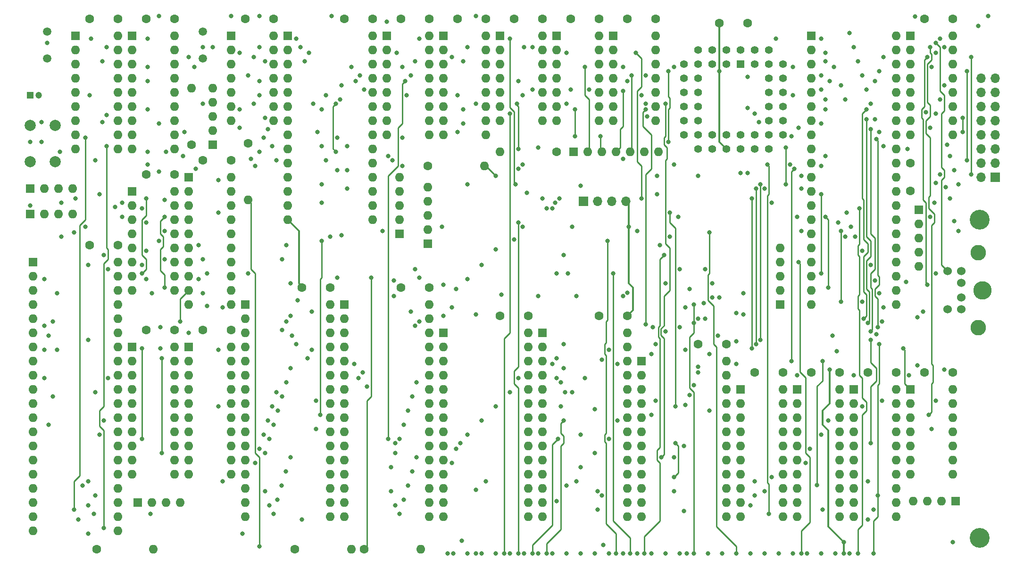
<source format=gbr>
G04 #@! TF.GenerationSoftware,KiCad,Pcbnew,(5.1.8)-1*
G04 #@! TF.CreationDate,2024-05-03T12:08:33-06:00*
G04 #@! TF.ProjectId,8088 PCB,38303838-2050-4434-922e-6b696361645f,rev?*
G04 #@! TF.SameCoordinates,Original*
G04 #@! TF.FileFunction,Copper,L3,Inr*
G04 #@! TF.FilePolarity,Positive*
%FSLAX46Y46*%
G04 Gerber Fmt 4.6, Leading zero omitted, Abs format (unit mm)*
G04 Created by KiCad (PCBNEW (5.1.8)-1) date 2024-05-03 12:08:33*
%MOMM*%
%LPD*%
G01*
G04 APERTURE LIST*
G04 #@! TA.AperFunction,ComponentPad*
%ADD10O,1.600000X1.600000*%
G04 #@! TD*
G04 #@! TA.AperFunction,ComponentPad*
%ADD11R,1.600000X1.600000*%
G04 #@! TD*
G04 #@! TA.AperFunction,ComponentPad*
%ADD12O,1.700000X1.700000*%
G04 #@! TD*
G04 #@! TA.AperFunction,ComponentPad*
%ADD13R,1.700000X1.700000*%
G04 #@! TD*
G04 #@! TA.AperFunction,ComponentPad*
%ADD14C,1.600000*%
G04 #@! TD*
G04 #@! TA.AperFunction,ComponentPad*
%ADD15C,1.500000*%
G04 #@! TD*
G04 #@! TA.AperFunction,ComponentPad*
%ADD16C,1.422400*%
G04 #@! TD*
G04 #@! TA.AperFunction,ComponentPad*
%ADD17R,1.422400X1.422400*%
G04 #@! TD*
G04 #@! TA.AperFunction,ComponentPad*
%ADD18C,2.000000*%
G04 #@! TD*
G04 #@! TA.AperFunction,ComponentPad*
%ADD19C,1.200000*%
G04 #@! TD*
G04 #@! TA.AperFunction,ComponentPad*
%ADD20R,1.200000X1.200000*%
G04 #@! TD*
G04 #@! TA.AperFunction,ComponentPad*
%ADD21C,3.556000*%
G04 #@! TD*
G04 #@! TA.AperFunction,ComponentPad*
%ADD22C,2.794000*%
G04 #@! TD*
G04 #@! TA.AperFunction,ComponentPad*
%ADD23C,3.302000*%
G04 #@! TD*
G04 #@! TA.AperFunction,ComponentPad*
%ADD24C,1.524000*%
G04 #@! TD*
G04 #@! TA.AperFunction,ViaPad*
%ADD25C,0.800000*%
G04 #@! TD*
G04 #@! TA.AperFunction,Conductor*
%ADD26C,0.250000*%
G04 #@! TD*
G04 #@! TA.AperFunction,Conductor*
%ADD27C,0.330200*%
G04 #@! TD*
G04 APERTURE END LIST*
D10*
G04 #@! TO.N,/760_WR*
G04 #@! TO.C,R12*
X173228000Y-64008000D03*
G04 #@! TO.N,/AEN*
X170688000Y-64008000D03*
G04 #@! TO.N,/CH_CK_*
X168148000Y-64008000D03*
G04 #@! TO.N,/EOP*
X165608000Y-64008000D03*
G04 #@! TO.N,/CS_61_RD*
X163068000Y-64008000D03*
G04 #@! TO.N,/CS_61_WR*
X160528000Y-64008000D03*
D11*
G04 #@! TO.N,/5+*
X157988000Y-64008000D03*
G04 #@! TD*
D10*
G04 #@! TO.N,/00_CS*
G04 #@! TO.C,R8*
X131826000Y-70358000D03*
G04 #@! TO.N,/20_CS*
X131826000Y-72898000D03*
G04 #@! TO.N,/40_CS*
X131826000Y-75438000D03*
G04 #@! TO.N,/RDY1*
X131826000Y-77978000D03*
D11*
G04 #@! TO.N,/5+*
X131826000Y-80518000D03*
G04 #@! TD*
D10*
G04 #@! TO.N,/E0_CS*
G04 #@! TO.C,R10*
X126746000Y-68580000D03*
G04 #@! TO.N,/80_CS*
X126746000Y-71120000D03*
G04 #@! TO.N,/61_CS*
X126746000Y-73660000D03*
G04 #@! TO.N,/60_CS*
X126746000Y-76200000D03*
D11*
G04 #@! TO.N,/5+*
X126746000Y-78740000D03*
G04 #@! TD*
D12*
G04 #@! TO.N,/GND*
G04 #@! TO.C,J4*
X231140000Y-50800000D03*
G04 #@! TO.N,/D0*
X233680000Y-50800000D03*
G04 #@! TO.N,/GND*
X231140000Y-53340000D03*
G04 #@! TO.N,/D1*
X233680000Y-53340000D03*
G04 #@! TO.N,/5+*
X231140000Y-55880000D03*
G04 #@! TO.N,/D2*
X233680000Y-55880000D03*
G04 #@! TO.N,Net-(J4-Pad10)*
X231140000Y-58420000D03*
G04 #@! TO.N,/D3*
X233680000Y-58420000D03*
G04 #@! TO.N,/A2*
X231140000Y-60960000D03*
G04 #@! TO.N,/D4*
X233680000Y-60960000D03*
G04 #@! TO.N,/E0_CS*
X231140000Y-63500000D03*
G04 #@! TO.N,/D5*
X233680000Y-63500000D03*
G04 #@! TO.N,/IORD*
X231140000Y-66040000D03*
G04 #@! TO.N,/D6*
X233680000Y-66040000D03*
G04 #@! TO.N,/IOWR*
X231140000Y-68580000D03*
D13*
G04 #@! TO.N,/D7*
X233680000Y-68580000D03*
G04 #@! TD*
D10*
G04 #@! TO.N,/DRQ3*
G04 #@! TO.C,R17*
X195072000Y-81280000D03*
G04 #@! TO.N,/DRQ2*
X195072000Y-83820000D03*
G04 #@! TO.N,/DRQ1*
X195072000Y-86360000D03*
G04 #@! TO.N,/DRQ0_*
X195072000Y-88900000D03*
D11*
G04 #@! TO.N,/GND*
X195072000Y-91440000D03*
G04 #@! TD*
D10*
G04 #@! TO.N,/DACK1*
G04 #@! TO.C,R16*
X219964000Y-84582000D03*
G04 #@! TO.N,/REFRQ*
X219964000Y-82042000D03*
G04 #@! TO.N,/DACK3*
X219964000Y-79502000D03*
G04 #@! TO.N,/DACK2*
X219964000Y-76962000D03*
D11*
G04 #@! TO.N,/5+*
X219964000Y-74422000D03*
G04 #@! TD*
D10*
G04 #@! TO.N,/NMI*
G04 #@! TO.C,R14*
X87376000Y-127000000D03*
G04 #@! TO.N,/DEN*
X84836000Y-127000000D03*
G04 #@! TO.N,/HOLD*
X82296000Y-127000000D03*
D11*
G04 #@! TO.N,/GND*
X79756000Y-127000000D03*
G04 #@! TD*
D10*
G04 #@! TO.N,/IORD*
G04 #@! TO.C,R2*
X68072000Y-70612000D03*
G04 #@! TO.N,/PU1*
X65532000Y-70612000D03*
G04 #@! TO.N,/RESET*
X62992000Y-70612000D03*
D11*
G04 #@! TO.N,/5+*
X60452000Y-70612000D03*
G04 #@! TD*
D10*
G04 #@! TO.N,/IOWR*
G04 #@! TO.C,R1*
X68072000Y-75184000D03*
G04 #@! TO.N,/MRD*
X65532000Y-75184000D03*
G04 #@! TO.N,/MWR*
X62992000Y-75184000D03*
D11*
G04 #@! TO.N,/5+*
X60452000Y-75184000D03*
G04 #@! TD*
D10*
G04 #@! TO.N,/X1*
G04 #@! TO.C,R18*
X93218000Y-52578000D03*
G04 #@! TO.N,/X2*
X93218000Y-55118000D03*
G04 #@! TO.N,/X1A*
X93218000Y-57658000D03*
G04 #@! TO.N,/X2A*
X93218000Y-60198000D03*
D11*
G04 #@! TO.N,/GND*
X93218000Y-62738000D03*
G04 #@! TD*
D10*
G04 #@! TO.N,/SPK_PIN*
G04 #@! TO.C,R13*
X144780000Y-64008000D03*
D14*
G04 #@! TO.N,/SPK_PIN_O*
X154940000Y-64008000D03*
G04 #@! TD*
D10*
G04 #@! TO.N,/CLK88_1*
G04 #@! TO.C,R11*
X141986000Y-66548000D03*
D14*
G04 #@! TO.N,/CLK*
X131826000Y-66548000D03*
G04 #@! TD*
D10*
G04 #@! TO.N,/CLK1*
G04 #@! TO.C,R9*
X82550000Y-135382000D03*
D14*
G04 #@! TO.N,/CLK_88*
X72390000Y-135382000D03*
G04 #@! TD*
D10*
G04 #@! TO.N,/CH_CK*
G04 #@! TO.C,R7*
X218948000Y-126746000D03*
G04 #@! TO.N,/T1*
X221488000Y-126746000D03*
G04 #@! TO.N,/T0*
X224028000Y-126746000D03*
D11*
G04 #@! TO.N,/5+*
X226568000Y-126746000D03*
G04 #@! TD*
D10*
G04 #@! TO.N,/OSC88*
G04 #@! TO.C,R6*
X118110000Y-135382000D03*
D14*
G04 #@! TO.N,/OSC*
X107950000Y-135382000D03*
G04 #@! TD*
D10*
G04 #@! TO.N,/OSC*
G04 #@! TO.C,R5*
X99568000Y-72644000D03*
D14*
G04 #@! TO.N,/OSC88HF*
X99568000Y-62484000D03*
G04 #@! TD*
D10*
G04 #@! TO.N,/PCLK*
G04 #@! TO.C,R4*
X89408000Y-52578000D03*
D14*
G04 #@! TO.N,/PCLK88*
X89408000Y-62738000D03*
G04 #@! TD*
D10*
G04 #@! TO.N,/CLK88*
G04 #@! TO.C,R3*
X130556000Y-135382000D03*
D14*
G04 #@! TO.N,/CLK*
X120396000Y-135382000D03*
G04 #@! TD*
D12*
G04 #@! TO.N,/5+*
G04 #@! TO.C,J3*
X167386000Y-72898000D03*
G04 #@! TO.N,/GND*
X164846000Y-72898000D03*
G04 #@! TO.N,Net-(J3-Pad2)*
X162306000Y-72898000D03*
D13*
G04 #@! TO.N,/SPK_PIN_O*
X159766000Y-72898000D03*
G04 #@! TD*
D14*
G04 #@! TO.N,/GND*
G04 #@! TO.C,C26*
X157560000Y-40132000D03*
G04 #@! TO.N,/5+*
X162560000Y-40132000D03*
G04 #@! TD*
G04 #@! TO.N,/GND*
G04 #@! TO.C,C25*
X147400000Y-40132000D03*
G04 #@! TO.N,/5+*
X152400000Y-40132000D03*
G04 #@! TD*
G04 #@! TO.N,/GND*
G04 #@! TO.C,C24*
X200740000Y-103632000D03*
G04 #@! TO.N,/5+*
X205740000Y-103632000D03*
G04 #@! TD*
G04 #@! TO.N,/GND*
G04 #@! TO.C,C23*
X210900000Y-103632000D03*
G04 #@! TO.N,/5+*
X215900000Y-103632000D03*
G04 #@! TD*
G04 #@! TO.N,/GND*
G04 #@! TO.C,C22*
X71200000Y-40132000D03*
G04 #@! TO.N,/5+*
X76200000Y-40132000D03*
G04 #@! TD*
G04 #@! TO.N,/GND*
G04 #@! TO.C,C21*
X167720000Y-40132000D03*
G04 #@! TO.N,/5+*
X172720000Y-40132000D03*
G04 #@! TD*
G04 #@! TO.N,/GND*
G04 #@! TO.C,C20*
X221060000Y-103632000D03*
G04 #@! TO.N,/5+*
X226060000Y-103632000D03*
G04 #@! TD*
G04 #@! TO.N,/GND*
G04 #@! TO.C,C19*
X184230000Y-40894000D03*
G04 #@! TO.N,/5+*
X189230000Y-40894000D03*
G04 #@! TD*
G04 #@! TO.N,/GND*
G04 #@! TO.C,C18*
X99140000Y-40132000D03*
G04 #@! TO.N,/5+*
X104140000Y-40132000D03*
G04 #@! TD*
G04 #@! TO.N,/GND*
G04 #@! TO.C,C17*
X81360000Y-40132000D03*
G04 #@! TO.N,/5+*
X86360000Y-40132000D03*
G04 #@! TD*
G04 #@! TO.N,/GND*
G04 #@! TO.C,C16*
X137240000Y-40132000D03*
G04 #@! TO.N,/5+*
X142240000Y-40132000D03*
G04 #@! TD*
G04 #@! TO.N,/GND*
G04 #@! TO.C,C15*
X144860000Y-93472000D03*
G04 #@! TO.N,/5+*
X149860000Y-93472000D03*
G04 #@! TD*
G04 #@! TO.N,/GND*
G04 #@! TO.C,C14*
X127080000Y-88392000D03*
G04 #@! TO.N,/5+*
X132080000Y-88392000D03*
G04 #@! TD*
G04 #@! TO.N,/GND*
G04 #@! TO.C,C13*
X109300000Y-88392000D03*
G04 #@! TO.N,/5+*
X114300000Y-88392000D03*
G04 #@! TD*
G04 #@! TO.N,/GND*
G04 #@! TO.C,C12*
X127080000Y-40132000D03*
G04 #@! TO.N,/5+*
X132080000Y-40132000D03*
G04 #@! TD*
G04 #@! TO.N,/GND*
G04 #@! TO.C,C11*
X190580000Y-103632000D03*
G04 #@! TO.N,/5+*
X195580000Y-103632000D03*
G04 #@! TD*
G04 #@! TO.N,/GND*
G04 #@! TO.C,C10*
X218440000Y-71040000D03*
G04 #@! TO.N,/5+*
X218440000Y-66040000D03*
G04 #@! TD*
G04 #@! TO.N,/GND*
G04 #@! TO.C,C9*
X116920000Y-40132000D03*
G04 #@! TO.N,/5+*
X121920000Y-40132000D03*
G04 #@! TD*
G04 #@! TO.N,/GND*
G04 #@! TO.C,C8*
X81360000Y-68072000D03*
G04 #@! TO.N,/5+*
X86360000Y-68072000D03*
G04 #@! TD*
G04 #@! TO.N,/GND*
G04 #@! TO.C,C7*
X221060000Y-40132000D03*
G04 #@! TO.N,/5+*
X226060000Y-40132000D03*
G04 #@! TD*
G04 #@! TO.N,/GND*
G04 #@! TO.C,C6*
X162640000Y-93472000D03*
G04 #@! TO.N,/5+*
X167640000Y-93472000D03*
G04 #@! TD*
G04 #@! TO.N,/GND*
G04 #@! TO.C,C5*
X180420000Y-98552000D03*
G04 #@! TO.N,/5+*
X185420000Y-98552000D03*
G04 #@! TD*
G04 #@! TO.N,/GND*
G04 #@! TO.C,C4*
X81360000Y-96012000D03*
G04 #@! TO.N,/5+*
X86360000Y-96012000D03*
G04 #@! TD*
G04 #@! TO.N,/GND*
G04 #@! TO.C,C3*
X91520000Y-65532000D03*
G04 #@! TO.N,/5+*
X96520000Y-65532000D03*
G04 #@! TD*
G04 #@! TO.N,/GND*
G04 #@! TO.C,C2*
X91520000Y-96012000D03*
G04 #@! TO.N,/5+*
X96520000Y-96012000D03*
G04 #@! TD*
G04 #@! TO.N,/GND*
G04 #@! TO.C,C1*
X71200000Y-80772000D03*
G04 #@! TO.N,/5+*
X76200000Y-80772000D03*
G04 #@! TD*
D15*
G04 #@! TO.N,/X1A*
G04 #@! TO.C,Y2*
X63500000Y-42418000D03*
G04 #@! TO.N,/X2A*
X63500000Y-47318000D03*
G04 #@! TD*
G04 #@! TO.N,/X1*
G04 #@! TO.C,Y1*
X91440000Y-42418000D03*
G04 #@! TO.N,/X2*
X91440000Y-47318000D03*
G04 #@! TD*
D10*
G04 #@! TO.N,/5+*
G04 #@! TO.C,U26*
X162560000Y-43180000D03*
G04 #@! TO.N,/GND*
X154940000Y-58420000D03*
G04 #@! TO.N,N/C*
X162560000Y-45720000D03*
G04 #@! TO.N,/CS_61_RD*
X154940000Y-55880000D03*
G04 #@! TO.N,N/C*
X162560000Y-48260000D03*
G04 #@! TO.N,/IORD*
X154940000Y-53340000D03*
G04 #@! TO.N,N/C*
X162560000Y-50800000D03*
G04 #@! TO.N,/61_CS*
X154940000Y-50800000D03*
G04 #@! TO.N,/80_CS*
X162560000Y-53340000D03*
G04 #@! TO.N,/CS_61_WR*
X154940000Y-48260000D03*
G04 #@! TO.N,/IOWR*
X162560000Y-55880000D03*
X154940000Y-45720000D03*
G04 #@! TO.N,/760_WR*
X162560000Y-58420000D03*
D11*
G04 #@! TO.N,/61_CS*
X154940000Y-43180000D03*
G04 #@! TD*
D10*
G04 #@! TO.N,/5+*
G04 #@! TO.C,U25*
X152400000Y-43180000D03*
G04 #@! TO.N,/GND*
X144780000Y-58420000D03*
G04 #@! TO.N,N/C*
X152400000Y-45720000D03*
G04 #@! TO.N,/SPK_PIN*
X144780000Y-55880000D03*
G04 #@! TO.N,N/C*
X152400000Y-48260000D03*
G04 #@! TO.N,/SPK_OUT*
X144780000Y-53340000D03*
G04 #@! TO.N,N/C*
X152400000Y-50800000D03*
G04 #@! TO.N,/SPK_EN*
X144780000Y-50800000D03*
G04 #@! TO.N,N/C*
X152400000Y-53340000D03*
G04 #@! TO.N,/CH_CK_*
X144780000Y-48260000D03*
G04 #@! TO.N,N/C*
X152400000Y-55880000D03*
G04 #@! TO.N,/CH_CK*
X144780000Y-45720000D03*
G04 #@! TO.N,N/C*
X152400000Y-58420000D03*
D11*
G04 #@! TO.N,/NMI_EN*
X144780000Y-43180000D03*
G04 #@! TD*
D10*
G04 #@! TO.N,/5+*
G04 #@! TO.C,U24*
X205740000Y-106680000D03*
G04 #@! TO.N,/GND*
X198120000Y-129540000D03*
G04 #@! TO.N,/PORT_61_7*
X205740000Y-109220000D03*
G04 #@! TO.N,/D0*
X198120000Y-127000000D03*
G04 #@! TO.N,/PORT_61_6*
X205740000Y-111760000D03*
G04 #@! TO.N,/D1*
X198120000Y-124460000D03*
G04 #@! TO.N,/NMI_EN*
X205740000Y-114300000D03*
G04 #@! TO.N,/D2*
X198120000Y-121920000D03*
G04 #@! TO.N,/PORT_61_4*
X205740000Y-116840000D03*
G04 #@! TO.N,/D3*
X198120000Y-119380000D03*
G04 #@! TO.N,/PORT_61_3*
X205740000Y-119380000D03*
G04 #@! TO.N,/D4*
X198120000Y-116840000D03*
G04 #@! TO.N,/PORT_61_2*
X205740000Y-121920000D03*
G04 #@! TO.N,/D5*
X198120000Y-114300000D03*
G04 #@! TO.N,/SPK_EN*
X205740000Y-124460000D03*
G04 #@! TO.N,/D6*
X198120000Y-111760000D03*
G04 #@! TO.N,/SPK_GO*
X205740000Y-127000000D03*
G04 #@! TO.N,/D7*
X198120000Y-109220000D03*
G04 #@! TO.N,/CS_61_WR_*
X205740000Y-129540000D03*
D11*
G04 #@! TO.N,/GND*
X198120000Y-106680000D03*
G04 #@! TD*
D10*
G04 #@! TO.N,/5+*
G04 #@! TO.C,U23*
X215900000Y-106680000D03*
G04 #@! TO.N,/GND*
X208280000Y-129540000D03*
G04 #@! TO.N,/CS_61_RD*
X215900000Y-109220000D03*
G04 #@! TO.N,/D0*
X208280000Y-127000000D03*
G04 #@! TO.N,/PORT_61_7*
X215900000Y-111760000D03*
G04 #@! TO.N,/D1*
X208280000Y-124460000D03*
G04 #@! TO.N,/PORT_61_6*
X215900000Y-114300000D03*
G04 #@! TO.N,/D2*
X208280000Y-121920000D03*
G04 #@! TO.N,/NMI_EN*
X215900000Y-116840000D03*
G04 #@! TO.N,/D3*
X208280000Y-119380000D03*
G04 #@! TO.N,/PORT_61_4*
X215900000Y-119380000D03*
G04 #@! TO.N,/D4*
X208280000Y-116840000D03*
G04 #@! TO.N,/PORT_61_3*
X215900000Y-121920000D03*
G04 #@! TO.N,/D5*
X208280000Y-114300000D03*
G04 #@! TO.N,/PORT_61_2*
X215900000Y-124460000D03*
G04 #@! TO.N,/D6*
X208280000Y-111760000D03*
G04 #@! TO.N,/SPK_EN*
X215900000Y-127000000D03*
G04 #@! TO.N,/D7*
X208280000Y-109220000D03*
G04 #@! TO.N,/SPK_GO*
X215900000Y-129540000D03*
D11*
G04 #@! TO.N,/GND*
X208280000Y-106680000D03*
G04 #@! TD*
D10*
G04 #@! TO.N,/5+*
G04 #@! TO.C,U22*
X76200000Y-43180000D03*
G04 #@! TO.N,/GND*
X68580000Y-63500000D03*
G04 #@! TO.N,/X1A*
X76200000Y-45720000D03*
G04 #@! TO.N,/CLK1*
X68580000Y-60960000D03*
G04 #@! TO.N,/X2A*
X76200000Y-48260000D03*
G04 #@! TO.N,/5+*
X68580000Y-58420000D03*
G04 #@! TO.N,/GND*
X76200000Y-50800000D03*
X68580000Y-55880000D03*
G04 #@! TO.N,Net-(U22-Pad14)*
X76200000Y-53340000D03*
G04 #@! TO.N,/READY1*
X68580000Y-53340000D03*
G04 #@! TO.N,/GND*
X76200000Y-55880000D03*
G04 #@! TO.N,/RDY1*
X68580000Y-50800000D03*
G04 #@! TO.N,Net-(U22-Pad12)*
X76200000Y-58420000D03*
G04 #@! TO.N,/GND*
X68580000Y-48260000D03*
G04 #@! TO.N,/RESET*
X76200000Y-60960000D03*
G04 #@! TO.N,Net-(U22-Pad2)*
X68580000Y-45720000D03*
G04 #@! TO.N,/RESET1*
X76200000Y-63500000D03*
D11*
G04 #@! TO.N,/GND*
X68580000Y-43180000D03*
G04 #@! TD*
D10*
G04 #@! TO.N,/5+*
G04 #@! TO.C,U21*
X172720000Y-43180000D03*
G04 #@! TO.N,/GND*
X165100000Y-58420000D03*
G04 #@! TO.N,/IOM*
X172720000Y-45720000D03*
G04 #@! TO.N,/TC*
X165100000Y-55880000D03*
G04 #@! TO.N,/IOM_*
X172720000Y-48260000D03*
G04 #@! TO.N,/EOP*
X165100000Y-53340000D03*
G04 #@! TO.N,/CH_CK_*
X172720000Y-50800000D03*
G04 #@! TO.N,/AEN_OE*
X165100000Y-50800000D03*
G04 #@! TO.N,/NMI*
X172720000Y-53340000D03*
G04 #@! TO.N,/AEN*
X165100000Y-48260000D03*
G04 #@! TO.N,/CS_61_WR*
X172720000Y-55880000D03*
G04 #@! TO.N,/KBD_CLK_INVERTED*
X165100000Y-45720000D03*
G04 #@! TO.N,/CS_61_WR_*
X172720000Y-58420000D03*
D11*
G04 #@! TO.N,/KBD_CLK*
X165100000Y-43180000D03*
G04 #@! TD*
D10*
G04 #@! TO.N,/5+*
G04 #@! TO.C,U20*
X226060000Y-106680000D03*
G04 #@! TO.N,/GND*
X218440000Y-121920000D03*
G04 #@! TO.N,N/C*
X226060000Y-109220000D03*
X218440000Y-119380000D03*
X226060000Y-111760000D03*
X218440000Y-116840000D03*
X226060000Y-114300000D03*
G04 #@! TO.N,/T1*
X218440000Y-114300000D03*
G04 #@! TO.N,N/C*
X226060000Y-116840000D03*
G04 #@! TO.N,/KBD_DATA*
X218440000Y-111760000D03*
G04 #@! TO.N,N/C*
X226060000Y-119380000D03*
G04 #@! TO.N,/T0*
X218440000Y-109220000D03*
G04 #@! TO.N,N/C*
X226060000Y-121920000D03*
D11*
G04 #@! TO.N,/KBD_CLK_INVERTED*
X218440000Y-106680000D03*
G04 #@! TD*
D16*
G04 #@! TO.N,/IRQ1*
G04 #@! TO.C,U19*
X195580000Y-48260000D03*
G04 #@! TO.N,Net-(U19-Pad37)*
X195580000Y-50800000D03*
G04 #@! TO.N,Net-(U19-Pad35)*
X195580000Y-53340000D03*
G04 #@! TO.N,Net-(U19-Pad33)*
X195580000Y-55880000D03*
G04 #@! TO.N,Net-(U19-Pad31)*
X195580000Y-58420000D03*
G04 #@! TO.N,Net-(U19-Pad40)*
X193040000Y-45720000D03*
G04 #@! TO.N,/5+*
X193040000Y-50800000D03*
G04 #@! TO.N,Net-(U19-Pad36)*
X193040000Y-53340000D03*
G04 #@! TO.N,Net-(U19-Pad34)*
X193040000Y-55880000D03*
G04 #@! TO.N,Net-(U19-Pad32)*
X193040000Y-58420000D03*
G04 #@! TO.N,Net-(U19-Pad30)*
X193040000Y-60960000D03*
G04 #@! TO.N,Net-(U19-Pad28)*
X193040000Y-63500000D03*
G04 #@! TO.N,Net-(U19-Pad26)*
X190500000Y-63500000D03*
G04 #@! TO.N,Net-(U19-Pad24)*
X187960000Y-63500000D03*
G04 #@! TO.N,/GND*
X185420000Y-63500000D03*
G04 #@! TO.N,/D6*
X182880000Y-63500000D03*
G04 #@! TO.N,/D4*
X180340000Y-63500000D03*
G04 #@! TO.N,Net-(U19-Pad29)*
X195580000Y-60960000D03*
G04 #@! TO.N,Net-(U19-Pad27)*
X190500000Y-60960000D03*
G04 #@! TO.N,Net-(U19-Pad25)*
X187960000Y-60960000D03*
G04 #@! TO.N,Net-(U19-Pad23)*
X185420000Y-60960000D03*
G04 #@! TO.N,/D7*
X182880000Y-60960000D03*
G04 #@! TO.N,/D5*
X180340000Y-60960000D03*
G04 #@! TO.N,/D3*
X177800000Y-60960000D03*
G04 #@! TO.N,/D1*
X177800000Y-58420000D03*
G04 #@! TO.N,Net-(U19-Pad13)*
X177800000Y-55880000D03*
G04 #@! TO.N,/IOWR*
X177800000Y-53340000D03*
G04 #@! TO.N,/IORD*
X177800000Y-50800000D03*
G04 #@! TO.N,/60_CS*
X177800000Y-48260000D03*
G04 #@! TO.N,/D2*
X180340000Y-58420000D03*
G04 #@! TO.N,/D0*
X180340000Y-55880000D03*
G04 #@! TO.N,Net-(U19-Pad12)*
X180340000Y-53340000D03*
G04 #@! TO.N,/A2*
X180340000Y-50800000D03*
G04 #@! TO.N,/GND*
X180340000Y-48260000D03*
G04 #@! TO.N,/KBD_DATA*
X190500000Y-45720000D03*
G04 #@! TO.N,/5+*
X187960000Y-45720000D03*
G04 #@! TO.N,Net-(U19-Pad6)*
X180340000Y-45720000D03*
G04 #@! TO.N,Net-(U19-Pad4)*
X182880000Y-45720000D03*
G04 #@! TO.N,/T0*
X185420000Y-45720000D03*
G04 #@! TO.N,/KBD_CLK*
X193040000Y-48260000D03*
G04 #@! TO.N,/T1*
X190500000Y-48260000D03*
G04 #@! TO.N,/RESET*
X182880000Y-48260000D03*
G04 #@! TO.N,/HF_OSC*
X185420000Y-48260000D03*
D17*
G04 #@! TO.N,Net-(U19-Pad1)*
X187960000Y-48260000D03*
G04 #@! TD*
D10*
G04 #@! TO.N,/5+*
G04 #@! TO.C,U18*
X104140000Y-43180000D03*
G04 #@! TO.N,/GND*
X96520000Y-58420000D03*
G04 #@! TO.N,/5+*
X104140000Y-45720000D03*
G04 #@! TO.N,/FB2*
X96520000Y-55880000D03*
G04 #@! TO.N,/FB1*
X104140000Y-48260000D03*
G04 #@! TO.N,/HF_PCLK*
X96520000Y-53340000D03*
G04 #@! TO.N,/OSC88HF*
X104140000Y-50800000D03*
G04 #@! TO.N,/5+*
X96520000Y-50800000D03*
X104140000Y-53340000D03*
G04 #@! TO.N,/PCLK88*
X96520000Y-48260000D03*
G04 #@! TO.N,/HF_OSC*
X104140000Y-55880000D03*
G04 #@! TO.N,/FB2*
X96520000Y-45720000D03*
G04 #@! TO.N,/FB1*
X104140000Y-58420000D03*
D11*
G04 #@! TO.N,/5+*
X96520000Y-43180000D03*
G04 #@! TD*
D10*
G04 #@! TO.N,/5+*
G04 #@! TO.C,U17*
X86360000Y-43180000D03*
G04 #@! TO.N,/GND*
X78740000Y-63500000D03*
G04 #@! TO.N,/X1*
X86360000Y-45720000D03*
G04 #@! TO.N,/CLK*
X78740000Y-60960000D03*
G04 #@! TO.N,/X2*
X86360000Y-48260000D03*
G04 #@! TO.N,/5+*
X78740000Y-58420000D03*
G04 #@! TO.N,/GND*
X86360000Y-50800000D03*
X78740000Y-55880000D03*
G04 #@! TO.N,Net-(U17-Pad14)*
X86360000Y-53340000D03*
G04 #@! TO.N,/READY*
X78740000Y-53340000D03*
G04 #@! TO.N,/GND*
X86360000Y-55880000D03*
G04 #@! TO.N,/RDY1*
X78740000Y-50800000D03*
G04 #@! TO.N,/OSC*
X86360000Y-58420000D03*
G04 #@! TO.N,/GND*
X78740000Y-48260000D03*
G04 #@! TO.N,/RESET*
X86360000Y-60960000D03*
G04 #@! TO.N,/PCLK*
X78740000Y-45720000D03*
G04 #@! TO.N,/RESOUT*
X86360000Y-63500000D03*
D11*
G04 #@! TO.N,/GND*
X78740000Y-43180000D03*
G04 #@! TD*
D10*
G04 #@! TO.N,/5+*
G04 #@! TO.C,U16*
X142240000Y-43180000D03*
G04 #@! TO.N,/GND*
X134620000Y-60960000D03*
G04 #@! TO.N,Net-(U16-Pad15)*
X142240000Y-45720000D03*
G04 #@! TO.N,/CS_ROM*
X134620000Y-58420000D03*
G04 #@! TO.N,Net-(U16-Pad14)*
X142240000Y-48260000D03*
G04 #@! TO.N,/5+*
X134620000Y-55880000D03*
G04 #@! TO.N,Net-(U16-Pad13)*
X142240000Y-50800000D03*
G04 #@! TO.N,/GND*
X134620000Y-53340000D03*
G04 #@! TO.N,Net-(U16-Pad12)*
X142240000Y-53340000D03*
G04 #@! TO.N,/UPPER_512K*
X134620000Y-50800000D03*
G04 #@! TO.N,Net-(U16-Pad11)*
X142240000Y-55880000D03*
G04 #@! TO.N,/A18*
X134620000Y-48260000D03*
G04 #@! TO.N,Net-(U16-Pad10)*
X142240000Y-58420000D03*
G04 #@! TO.N,/A17*
X134620000Y-45720000D03*
G04 #@! TO.N,Net-(U16-Pad9)*
X142240000Y-60960000D03*
D11*
G04 #@! TO.N,/A16*
X134620000Y-43180000D03*
G04 #@! TD*
D10*
G04 #@! TO.N,/5+*
G04 #@! TO.C,U15*
X149860000Y-96520000D03*
G04 #@! TO.N,/GND*
X134620000Y-129540000D03*
G04 #@! TO.N,/A14*
X149860000Y-99060000D03*
G04 #@! TO.N,/D2*
X134620000Y-127000000D03*
G04 #@! TO.N,/A13*
X149860000Y-101600000D03*
G04 #@! TO.N,/D1*
X134620000Y-124460000D03*
G04 #@! TO.N,/A8*
X149860000Y-104140000D03*
G04 #@! TO.N,/D0*
X134620000Y-121920000D03*
G04 #@! TO.N,/A9*
X149860000Y-106680000D03*
G04 #@! TO.N,/A0*
X134620000Y-119380000D03*
G04 #@! TO.N,/A11*
X149860000Y-109220000D03*
G04 #@! TO.N,/A1*
X134620000Y-116840000D03*
G04 #@! TO.N,/MRD*
X149860000Y-111760000D03*
G04 #@! TO.N,/A2*
X134620000Y-114300000D03*
G04 #@! TO.N,/A10*
X149860000Y-114300000D03*
G04 #@! TO.N,/A3*
X134620000Y-111760000D03*
G04 #@! TO.N,/CS_ROM*
X149860000Y-116840000D03*
G04 #@! TO.N,/A4*
X134620000Y-109220000D03*
G04 #@! TO.N,/D7*
X149860000Y-119380000D03*
G04 #@! TO.N,/A5*
X134620000Y-106680000D03*
G04 #@! TO.N,/D6*
X149860000Y-121920000D03*
G04 #@! TO.N,/A6*
X134620000Y-104140000D03*
G04 #@! TO.N,/D5*
X149860000Y-124460000D03*
G04 #@! TO.N,/A7*
X134620000Y-101600000D03*
G04 #@! TO.N,/D4*
X149860000Y-127000000D03*
G04 #@! TO.N,/A12*
X134620000Y-99060000D03*
G04 #@! TO.N,/D3*
X149860000Y-129540000D03*
D11*
G04 #@! TO.N,/A15*
X134620000Y-96520000D03*
G04 #@! TD*
D10*
G04 #@! TO.N,/5+*
G04 #@! TO.C,U14*
X132080000Y-91440000D03*
G04 #@! TO.N,/GND*
X116840000Y-129540000D03*
G04 #@! TO.N,/A15*
X132080000Y-93980000D03*
G04 #@! TO.N,/D2*
X116840000Y-127000000D03*
G04 #@! TO.N,/5+*
X132080000Y-96520000D03*
G04 #@! TO.N,/D1*
X116840000Y-124460000D03*
G04 #@! TO.N,/MWR*
X132080000Y-99060000D03*
G04 #@! TO.N,/D0*
X116840000Y-121920000D03*
G04 #@! TO.N,/A13*
X132080000Y-101600000D03*
G04 #@! TO.N,/A0*
X116840000Y-119380000D03*
G04 #@! TO.N,/A8*
X132080000Y-104140000D03*
G04 #@! TO.N,/A1*
X116840000Y-116840000D03*
G04 #@! TO.N,/A9*
X132080000Y-106680000D03*
G04 #@! TO.N,/A2*
X116840000Y-114300000D03*
G04 #@! TO.N,/A11*
X132080000Y-109220000D03*
G04 #@! TO.N,/A3*
X116840000Y-111760000D03*
G04 #@! TO.N,/MRD*
X132080000Y-111760000D03*
G04 #@! TO.N,/A4*
X116840000Y-109220000D03*
G04 #@! TO.N,/A10*
X132080000Y-114300000D03*
G04 #@! TO.N,/A5*
X116840000Y-106680000D03*
G04 #@! TO.N,/CS_128K*
X132080000Y-116840000D03*
G04 #@! TO.N,/A6*
X116840000Y-104140000D03*
G04 #@! TO.N,/D7*
X132080000Y-119380000D03*
G04 #@! TO.N,/A7*
X116840000Y-101600000D03*
G04 #@! TO.N,/D6*
X132080000Y-121920000D03*
G04 #@! TO.N,/A12*
X116840000Y-99060000D03*
G04 #@! TO.N,/D5*
X132080000Y-124460000D03*
G04 #@! TO.N,/A14*
X116840000Y-96520000D03*
G04 #@! TO.N,/D4*
X132080000Y-127000000D03*
G04 #@! TO.N,/A16*
X116840000Y-93980000D03*
G04 #@! TO.N,/D3*
X132080000Y-129540000D03*
D11*
G04 #@! TO.N,Net-(U14-Pad1)*
X116840000Y-91440000D03*
G04 #@! TD*
D10*
G04 #@! TO.N,/5+*
G04 #@! TO.C,U13*
X114300000Y-91440000D03*
G04 #@! TO.N,/GND*
X99060000Y-129540000D03*
G04 #@! TO.N,/A15*
X114300000Y-93980000D03*
G04 #@! TO.N,/D2*
X99060000Y-127000000D03*
G04 #@! TO.N,/A17*
X114300000Y-96520000D03*
G04 #@! TO.N,/D1*
X99060000Y-124460000D03*
G04 #@! TO.N,/MWR*
X114300000Y-99060000D03*
G04 #@! TO.N,/D0*
X99060000Y-121920000D03*
G04 #@! TO.N,/A13*
X114300000Y-101600000D03*
G04 #@! TO.N,/A0*
X99060000Y-119380000D03*
G04 #@! TO.N,/A8*
X114300000Y-104140000D03*
G04 #@! TO.N,/A1*
X99060000Y-116840000D03*
G04 #@! TO.N,/A9*
X114300000Y-106680000D03*
G04 #@! TO.N,/A2*
X99060000Y-114300000D03*
G04 #@! TO.N,/A11*
X114300000Y-109220000D03*
G04 #@! TO.N,/A3*
X99060000Y-111760000D03*
G04 #@! TO.N,/MRD*
X114300000Y-111760000D03*
G04 #@! TO.N,/A4*
X99060000Y-109220000D03*
G04 #@! TO.N,/A10*
X114300000Y-114300000D03*
G04 #@! TO.N,/A5*
X99060000Y-106680000D03*
G04 #@! TO.N,/CS_512K*
X114300000Y-116840000D03*
G04 #@! TO.N,/A6*
X99060000Y-104140000D03*
G04 #@! TO.N,/D7*
X114300000Y-119380000D03*
G04 #@! TO.N,/A7*
X99060000Y-101600000D03*
G04 #@! TO.N,/D6*
X114300000Y-121920000D03*
G04 #@! TO.N,/A12*
X99060000Y-99060000D03*
G04 #@! TO.N,/D5*
X114300000Y-124460000D03*
G04 #@! TO.N,/A14*
X99060000Y-96520000D03*
G04 #@! TO.N,/D4*
X114300000Y-127000000D03*
G04 #@! TO.N,/A16*
X99060000Y-93980000D03*
G04 #@! TO.N,/D3*
X114300000Y-129540000D03*
D11*
G04 #@! TO.N,/A18*
X99060000Y-91440000D03*
G04 #@! TD*
D10*
G04 #@! TO.N,/5+*
G04 #@! TO.C,U12*
X132080000Y-43180000D03*
G04 #@! TO.N,/GND*
X124460000Y-60960000D03*
G04 #@! TO.N,/UPPER_512K*
X132080000Y-45720000D03*
G04 #@! TO.N,Net-(U12-Pad7)*
X124460000Y-58420000D03*
G04 #@! TO.N,/A17*
X132080000Y-48260000D03*
G04 #@! TO.N,Net-(U12-Pad6)*
X124460000Y-55880000D03*
G04 #@! TO.N,/A18*
X132080000Y-50800000D03*
G04 #@! TO.N,/UPPER_512K*
X124460000Y-53340000D03*
G04 #@! TO.N,/CS_128K*
X132080000Y-53340000D03*
G04 #@! TO.N,/CS_512K*
X124460000Y-50800000D03*
G04 #@! TO.N,Net-(U12-Pad11)*
X132080000Y-55880000D03*
G04 #@! TO.N,/GND*
X124460000Y-48260000D03*
G04 #@! TO.N,Net-(U12-Pad10)*
X132080000Y-58420000D03*
G04 #@! TO.N,/A19*
X124460000Y-45720000D03*
G04 #@! TO.N,Net-(U12-Pad9)*
X132080000Y-60960000D03*
D11*
G04 #@! TO.N,/GND*
X124460000Y-43180000D03*
G04 #@! TD*
D10*
G04 #@! TO.N,/5+*
G04 #@! TO.C,U11*
X195580000Y-106680000D03*
G04 #@! TO.N,/GND*
X187960000Y-129540000D03*
G04 #@! TO.N,/A15*
X195580000Y-109220000D03*
G04 #@! TO.N,/D0*
X187960000Y-127000000D03*
G04 #@! TO.N,/A14*
X195580000Y-111760000D03*
G04 #@! TO.N,/D1*
X187960000Y-124460000D03*
G04 #@! TO.N,/A13*
X195580000Y-114300000D03*
G04 #@! TO.N,/D2*
X187960000Y-121920000D03*
G04 #@! TO.N,/A12*
X195580000Y-116840000D03*
G04 #@! TO.N,/D3*
X187960000Y-119380000D03*
G04 #@! TO.N,/A11*
X195580000Y-119380000D03*
G04 #@! TO.N,/D4*
X187960000Y-116840000D03*
G04 #@! TO.N,/A10*
X195580000Y-121920000D03*
G04 #@! TO.N,/D5*
X187960000Y-114300000D03*
G04 #@! TO.N,/A9*
X195580000Y-124460000D03*
G04 #@! TO.N,/D6*
X187960000Y-111760000D03*
G04 #@! TO.N,/A8*
X195580000Y-127000000D03*
G04 #@! TO.N,/D7*
X187960000Y-109220000D03*
G04 #@! TO.N,/ADSTB*
X195580000Y-129540000D03*
D11*
G04 #@! TO.N,/AEN_OE*
X187960000Y-106680000D03*
G04 #@! TD*
D10*
G04 #@! TO.N,/A7*
G04 #@! TO.C,U10*
X215900000Y-43180000D03*
G04 #@! TO.N,/GND*
X200660000Y-91440000D03*
G04 #@! TO.N,/A6*
X215900000Y-45720000D03*
G04 #@! TO.N,/DRQ0_*
X200660000Y-88900000D03*
G04 #@! TO.N,/A5*
X215900000Y-48260000D03*
G04 #@! TO.N,/DRQ1*
X200660000Y-86360000D03*
G04 #@! TO.N,/A4*
X215900000Y-50800000D03*
G04 #@! TO.N,/DRQ2*
X200660000Y-83820000D03*
G04 #@! TO.N,/EOP*
X215900000Y-53340000D03*
G04 #@! TO.N,/DRQ3*
X200660000Y-81280000D03*
G04 #@! TO.N,/A3*
X215900000Y-55880000D03*
G04 #@! TO.N,/DACK3*
X200660000Y-78740000D03*
G04 #@! TO.N,/A2*
X215900000Y-58420000D03*
G04 #@! TO.N,/DACK2*
X200660000Y-76200000D03*
G04 #@! TO.N,/A1*
X215900000Y-60960000D03*
G04 #@! TO.N,/RESOUT*
X200660000Y-73660000D03*
G04 #@! TO.N,/A0*
X215900000Y-63500000D03*
G04 #@! TO.N,/CLK88_1*
X200660000Y-71120000D03*
G04 #@! TO.N,/5+*
X215900000Y-66040000D03*
G04 #@! TO.N,/00_CS*
X200660000Y-68580000D03*
G04 #@! TO.N,/D0*
X215900000Y-68580000D03*
G04 #@! TO.N,/HOLD*
X200660000Y-66040000D03*
G04 #@! TO.N,/D1*
X215900000Y-71120000D03*
G04 #@! TO.N,/AEN*
X200660000Y-63500000D03*
G04 #@! TO.N,/D2*
X215900000Y-73660000D03*
G04 #@! TO.N,/ADSTB*
X200660000Y-60960000D03*
G04 #@! TO.N,/D3*
X215900000Y-76200000D03*
G04 #@! TO.N,/HOLDA*
X200660000Y-58420000D03*
G04 #@! TO.N,/D4*
X215900000Y-78740000D03*
G04 #@! TO.N,/READY*
X200660000Y-55880000D03*
G04 #@! TO.N,/REFRQ*
X215900000Y-81280000D03*
G04 #@! TO.N,Net-(U10-Pad5)*
X200660000Y-53340000D03*
G04 #@! TO.N,/DACK1*
X215900000Y-83820000D03*
G04 #@! TO.N,/MWR*
X200660000Y-50800000D03*
G04 #@! TO.N,/D5*
X215900000Y-86360000D03*
G04 #@! TO.N,/MRD*
X200660000Y-48260000D03*
G04 #@! TO.N,/D6*
X215900000Y-88900000D03*
G04 #@! TO.N,/IOWR*
X200660000Y-45720000D03*
G04 #@! TO.N,/D7*
X215900000Y-91440000D03*
D11*
G04 #@! TO.N,/IORD*
X200660000Y-43180000D03*
G04 #@! TD*
D10*
G04 #@! TO.N,/5+*
G04 #@! TO.C,U9*
X121920000Y-43180000D03*
G04 #@! TO.N,/GND*
X106680000Y-76200000D03*
G04 #@! TO.N,/A14*
X121920000Y-45720000D03*
G04 #@! TO.N,/40_CS*
X106680000Y-73660000D03*
G04 #@! TO.N,/A13*
X121920000Y-48260000D03*
G04 #@! TO.N,/20_CS*
X106680000Y-71120000D03*
G04 #@! TO.N,/A8*
X121920000Y-50800000D03*
G04 #@! TO.N,/00_CS*
X106680000Y-68580000D03*
G04 #@! TO.N,/A9*
X121920000Y-53340000D03*
G04 #@! TO.N,/A0*
X106680000Y-66040000D03*
G04 #@! TO.N,/A11*
X121920000Y-55880000D03*
G04 #@! TO.N,/A1*
X106680000Y-63500000D03*
G04 #@! TO.N,/IOM_*
X121920000Y-58420000D03*
G04 #@! TO.N,/A2*
X106680000Y-60960000D03*
G04 #@! TO.N,/A10*
X121920000Y-60960000D03*
G04 #@! TO.N,/A3*
X106680000Y-58420000D03*
G04 #@! TO.N,/HOLDA*
X121920000Y-63500000D03*
G04 #@! TO.N,/A4*
X106680000Y-55880000D03*
G04 #@! TO.N,/E0_CS*
X121920000Y-66040000D03*
G04 #@! TO.N,/A5*
X106680000Y-53340000D03*
G04 #@! TO.N,Net-(U9-Pad18)*
X121920000Y-68580000D03*
G04 #@! TO.N,/A6*
X106680000Y-50800000D03*
G04 #@! TO.N,/80_CS*
X121920000Y-71120000D03*
G04 #@! TO.N,/A7*
X106680000Y-48260000D03*
G04 #@! TO.N,/61_CS*
X121920000Y-73660000D03*
G04 #@! TO.N,/A12*
X106680000Y-45720000D03*
G04 #@! TO.N,/60_CS*
X121920000Y-76200000D03*
D11*
G04 #@! TO.N,/A15*
X106680000Y-43180000D03*
G04 #@! TD*
D10*
G04 #@! TO.N,/5+*
G04 #@! TO.C,U8*
X86360000Y-71120000D03*
G04 #@! TO.N,/GND*
X78740000Y-88900000D03*
G04 #@! TO.N,/HOLDA*
X86360000Y-73660000D03*
G04 #@! TO.N,/IORD*
X78740000Y-86360000D03*
G04 #@! TO.N,/PU1*
X86360000Y-76200000D03*
G04 #@! TO.N,/RD*
X78740000Y-83820000D03*
G04 #@! TO.N,/WR*
X86360000Y-78740000D03*
G04 #@! TO.N,/PU1*
X78740000Y-81280000D03*
G04 #@! TO.N,/IOWR*
X86360000Y-81280000D03*
G04 #@! TO.N,/MRD*
X78740000Y-78740000D03*
G04 #@! TO.N,/WR*
X86360000Y-83820000D03*
G04 #@! TO.N,/PU1*
X78740000Y-76200000D03*
X86360000Y-86360000D03*
G04 #@! TO.N,/RD*
X78740000Y-73660000D03*
G04 #@! TO.N,/MWR*
X86360000Y-88900000D03*
D11*
G04 #@! TO.N,/IOM*
X78740000Y-71120000D03*
G04 #@! TD*
D10*
G04 #@! TO.N,/5+*
G04 #@! TO.C,U7*
X226060000Y-43180000D03*
G04 #@! TO.N,/GND*
X218440000Y-60960000D03*
G04 #@! TO.N,/D0*
X226060000Y-45720000D03*
G04 #@! TO.N,/A18*
X218440000Y-58420000D03*
G04 #@! TO.N,/A0*
X226060000Y-48260000D03*
G04 #@! TO.N,/A19*
X218440000Y-55880000D03*
G04 #@! TO.N,/A1*
X226060000Y-50800000D03*
G04 #@! TO.N,/DACK3*
X218440000Y-53340000D03*
G04 #@! TO.N,/760_WR*
X226060000Y-53340000D03*
G04 #@! TO.N,/DACK2*
X218440000Y-50800000D03*
G04 #@! TO.N,/AEN_OE*
X226060000Y-55880000D03*
G04 #@! TO.N,/D3*
X218440000Y-48260000D03*
G04 #@! TO.N,/A16*
X226060000Y-58420000D03*
G04 #@! TO.N,/D2*
X218440000Y-45720000D03*
G04 #@! TO.N,/A17*
X226060000Y-60960000D03*
D11*
G04 #@! TO.N,/D1*
X218440000Y-43180000D03*
G04 #@! TD*
D10*
G04 #@! TO.N,/5+*
G04 #@! TO.C,U6*
X167640000Y-96520000D03*
G04 #@! TO.N,/GND*
X152400000Y-129540000D03*
G04 #@! TO.N,/A0*
X167640000Y-99060000D03*
G04 #@! TO.N,Net-(U6-Pad13)*
X152400000Y-127000000D03*
G04 #@! TO.N,/INTA*
X167640000Y-101600000D03*
G04 #@! TO.N,Net-(U6-Pad12)*
X152400000Y-124460000D03*
G04 #@! TO.N,/IRQ7*
X167640000Y-104140000D03*
G04 #@! TO.N,/D0*
X152400000Y-121920000D03*
G04 #@! TO.N,/IRQ6*
X167640000Y-106680000D03*
G04 #@! TO.N,/D1*
X152400000Y-119380000D03*
G04 #@! TO.N,/IRQ5*
X167640000Y-109220000D03*
G04 #@! TO.N,/D2*
X152400000Y-116840000D03*
G04 #@! TO.N,/IRQ4*
X167640000Y-111760000D03*
G04 #@! TO.N,/D3*
X152400000Y-114300000D03*
G04 #@! TO.N,/IRQ3*
X167640000Y-114300000D03*
G04 #@! TO.N,/D4*
X152400000Y-111760000D03*
G04 #@! TO.N,/IRQ2*
X167640000Y-116840000D03*
G04 #@! TO.N,/D5*
X152400000Y-109220000D03*
G04 #@! TO.N,/IRQ1*
X167640000Y-119380000D03*
G04 #@! TO.N,/D6*
X152400000Y-106680000D03*
G04 #@! TO.N,/IRQ0*
X167640000Y-121920000D03*
G04 #@! TO.N,/D7*
X152400000Y-104140000D03*
G04 #@! TO.N,/INTR*
X167640000Y-124460000D03*
G04 #@! TO.N,/IORD*
X152400000Y-101600000D03*
G04 #@! TO.N,/5+*
X167640000Y-127000000D03*
G04 #@! TO.N,/IOWR*
X152400000Y-99060000D03*
G04 #@! TO.N,Net-(U6-Pad15)*
X167640000Y-129540000D03*
D11*
G04 #@! TO.N,/20_CS*
X152400000Y-96520000D03*
G04 #@! TD*
D10*
G04 #@! TO.N,/5+*
G04 #@! TO.C,U5*
X185420000Y-101600000D03*
G04 #@! TO.N,/GND*
X170180000Y-129540000D03*
G04 #@! TO.N,/IOWR*
X185420000Y-104140000D03*
G04 #@! TO.N,/5+*
X170180000Y-127000000D03*
G04 #@! TO.N,/IORD*
X185420000Y-106680000D03*
G04 #@! TO.N,/IRQ0*
X170180000Y-124460000D03*
G04 #@! TO.N,/40_CS*
X185420000Y-109220000D03*
G04 #@! TO.N,/HF_PCLK*
X170180000Y-121920000D03*
G04 #@! TO.N,/A1*
X185420000Y-111760000D03*
G04 #@! TO.N,/D0*
X170180000Y-119380000D03*
G04 #@! TO.N,/A0*
X185420000Y-114300000D03*
G04 #@! TO.N,/D1*
X170180000Y-116840000D03*
G04 #@! TO.N,/HF_PCLK*
X185420000Y-116840000D03*
G04 #@! TO.N,/D2*
X170180000Y-114300000D03*
G04 #@! TO.N,/SPK_OUT*
X185420000Y-119380000D03*
G04 #@! TO.N,/D3*
X170180000Y-111760000D03*
G04 #@! TO.N,/SPK_GO*
X185420000Y-121920000D03*
G04 #@! TO.N,/D4*
X170180000Y-109220000D03*
G04 #@! TO.N,/HF_PCLK*
X185420000Y-124460000D03*
G04 #@! TO.N,/D5*
X170180000Y-106680000D03*
G04 #@! TO.N,/5+*
X185420000Y-127000000D03*
G04 #@! TO.N,/D6*
X170180000Y-104140000D03*
G04 #@! TO.N,/DRQ0*
X185420000Y-129540000D03*
D11*
G04 #@! TO.N,/D7*
X170180000Y-101600000D03*
G04 #@! TD*
D10*
G04 #@! TO.N,/5+*
G04 #@! TO.C,U4*
X86360000Y-99060000D03*
G04 #@! TO.N,/GND*
X78740000Y-121920000D03*
G04 #@! TO.N,/DEN*
X86360000Y-101600000D03*
G04 #@! TO.N,/AD0*
X78740000Y-119380000D03*
G04 #@! TO.N,/D7*
X86360000Y-104140000D03*
G04 #@! TO.N,/AD1*
X78740000Y-116840000D03*
G04 #@! TO.N,/D6*
X86360000Y-106680000D03*
G04 #@! TO.N,/AD2*
X78740000Y-114300000D03*
G04 #@! TO.N,/D5*
X86360000Y-109220000D03*
G04 #@! TO.N,/AD3*
X78740000Y-111760000D03*
G04 #@! TO.N,/D4*
X86360000Y-111760000D03*
G04 #@! TO.N,/AD4*
X78740000Y-109220000D03*
G04 #@! TO.N,/D3*
X86360000Y-114300000D03*
G04 #@! TO.N,/AD5*
X78740000Y-106680000D03*
G04 #@! TO.N,/D2*
X86360000Y-116840000D03*
G04 #@! TO.N,/AD6*
X78740000Y-104140000D03*
G04 #@! TO.N,/D1*
X86360000Y-119380000D03*
G04 #@! TO.N,/AD7*
X78740000Y-101600000D03*
G04 #@! TO.N,/D0*
X86360000Y-121920000D03*
D11*
G04 #@! TO.N,/DTR*
X78740000Y-99060000D03*
G04 #@! TD*
D10*
G04 #@! TO.N,/5+*
G04 #@! TO.C,U3*
X96520000Y-68580000D03*
G04 #@! TO.N,/GND*
X88900000Y-91440000D03*
G04 #@! TO.N,Net-(U3-Pad19)*
X96520000Y-71120000D03*
G04 #@! TO.N,/A19_*
X88900000Y-88900000D03*
G04 #@! TO.N,Net-(U3-Pad18)*
X96520000Y-73660000D03*
G04 #@! TO.N,/A18_*
X88900000Y-86360000D03*
G04 #@! TO.N,Net-(U3-Pad17)*
X96520000Y-76200000D03*
G04 #@! TO.N,/A17_*
X88900000Y-83820000D03*
G04 #@! TO.N,Net-(U3-Pad16)*
X96520000Y-78740000D03*
G04 #@! TO.N,/A16_*
X88900000Y-81280000D03*
G04 #@! TO.N,/A16*
X96520000Y-81280000D03*
G04 #@! TO.N,Net-(U3-Pad5)*
X88900000Y-78740000D03*
G04 #@! TO.N,/A17*
X96520000Y-83820000D03*
G04 #@! TO.N,Net-(U3-Pad4)*
X88900000Y-76200000D03*
G04 #@! TO.N,/A18*
X96520000Y-86360000D03*
G04 #@! TO.N,Net-(U3-Pad3)*
X88900000Y-73660000D03*
G04 #@! TO.N,/A19*
X96520000Y-88900000D03*
G04 #@! TO.N,Net-(U3-Pad2)*
X88900000Y-71120000D03*
G04 #@! TO.N,/ALE*
X96520000Y-91440000D03*
D11*
G04 #@! TO.N,/HOLDA*
X88900000Y-68580000D03*
G04 #@! TD*
D10*
G04 #@! TO.N,/5+*
G04 #@! TO.C,U2*
X96520000Y-99060000D03*
G04 #@! TO.N,/GND*
X88900000Y-121920000D03*
G04 #@! TO.N,/A7*
X96520000Y-101600000D03*
G04 #@! TO.N,/AD0*
X88900000Y-119380000D03*
G04 #@! TO.N,/A6*
X96520000Y-104140000D03*
G04 #@! TO.N,/AD1*
X88900000Y-116840000D03*
G04 #@! TO.N,/A5*
X96520000Y-106680000D03*
G04 #@! TO.N,/AD2*
X88900000Y-114300000D03*
G04 #@! TO.N,/A4*
X96520000Y-109220000D03*
G04 #@! TO.N,/AD3*
X88900000Y-111760000D03*
G04 #@! TO.N,/A3*
X96520000Y-111760000D03*
G04 #@! TO.N,/AD4*
X88900000Y-109220000D03*
G04 #@! TO.N,/A2*
X96520000Y-114300000D03*
G04 #@! TO.N,/AD5*
X88900000Y-106680000D03*
G04 #@! TO.N,/A1*
X96520000Y-116840000D03*
G04 #@! TO.N,/AD6*
X88900000Y-104140000D03*
G04 #@! TO.N,/A0*
X96520000Y-119380000D03*
G04 #@! TO.N,/AD7*
X88900000Y-101600000D03*
G04 #@! TO.N,/ALE*
X96520000Y-121920000D03*
D11*
G04 #@! TO.N,/HOLDA*
X88900000Y-99060000D03*
G04 #@! TD*
D10*
G04 #@! TO.N,/5+*
G04 #@! TO.C,U1*
X76200000Y-83820000D03*
G04 #@! TO.N,/GND*
X60960000Y-132080000D03*
G04 #@! TO.N,/A15*
X76200000Y-86360000D03*
G04 #@! TO.N,/CLK_88*
X60960000Y-129540000D03*
G04 #@! TO.N,/A16_*
X76200000Y-88900000D03*
G04 #@! TO.N,/INTR*
X60960000Y-127000000D03*
G04 #@! TO.N,/A17_*
X76200000Y-91440000D03*
G04 #@! TO.N,/NMI*
X60960000Y-124460000D03*
G04 #@! TO.N,/A18_*
X76200000Y-93980000D03*
G04 #@! TO.N,/AD0*
X60960000Y-121920000D03*
G04 #@! TO.N,/A19_*
X76200000Y-96520000D03*
G04 #@! TO.N,/AD1*
X60960000Y-119380000D03*
G04 #@! TO.N,Net-(U1-Pad34)*
X76200000Y-99060000D03*
G04 #@! TO.N,/AD2*
X60960000Y-116840000D03*
G04 #@! TO.N,/5+*
X76200000Y-101600000D03*
G04 #@! TO.N,/AD3*
X60960000Y-114300000D03*
G04 #@! TO.N,/RD*
X76200000Y-104140000D03*
G04 #@! TO.N,/AD4*
X60960000Y-111760000D03*
G04 #@! TO.N,/HOLD*
X76200000Y-106680000D03*
G04 #@! TO.N,/AD5*
X60960000Y-109220000D03*
G04 #@! TO.N,/HOLDA*
X76200000Y-109220000D03*
G04 #@! TO.N,/AD6*
X60960000Y-106680000D03*
G04 #@! TO.N,/WR*
X76200000Y-111760000D03*
G04 #@! TO.N,/AD7*
X60960000Y-104140000D03*
G04 #@! TO.N,/IOM*
X76200000Y-114300000D03*
G04 #@! TO.N,/A8*
X60960000Y-101600000D03*
G04 #@! TO.N,/DTR*
X76200000Y-116840000D03*
G04 #@! TO.N,/A9*
X60960000Y-99060000D03*
G04 #@! TO.N,/DEN*
X76200000Y-119380000D03*
G04 #@! TO.N,/A10*
X60960000Y-96520000D03*
G04 #@! TO.N,/ALE*
X76200000Y-121920000D03*
G04 #@! TO.N,/A11*
X60960000Y-93980000D03*
G04 #@! TO.N,/INTA*
X76200000Y-124460000D03*
G04 #@! TO.N,/A12*
X60960000Y-91440000D03*
G04 #@! TO.N,/GND*
X76200000Y-127000000D03*
G04 #@! TO.N,/A13*
X60960000Y-88900000D03*
G04 #@! TO.N,/READY1*
X76200000Y-129540000D03*
G04 #@! TO.N,/A14*
X60960000Y-86360000D03*
G04 #@! TO.N,/RESET1*
X76200000Y-132080000D03*
D11*
G04 #@! TO.N,/GND*
X60960000Y-83820000D03*
G04 #@! TD*
D18*
G04 #@! TO.N,/GND*
G04 #@! TO.C,SW1*
X64952000Y-65786000D03*
G04 #@! TO.N,/RESET*
X60452000Y-65786000D03*
G04 #@! TO.N,/GND*
X64952000Y-59286000D03*
G04 #@! TO.N,/RESET*
X60452000Y-59286000D03*
G04 #@! TD*
D19*
G04 #@! TO.N,/GND*
G04 #@! TO.C,C123*
X61976000Y-53848000D03*
D20*
G04 #@! TO.N,/RESET*
X60476000Y-53848000D03*
G04 #@! TD*
D21*
G04 #@! TO.N,/GND*
G04 #@! TO.C,R*
X230886000Y-76200000D03*
G04 #@! TD*
D22*
G04 #@! TO.N,*
G04 #@! TO.C,J2*
X230632000Y-82143600D03*
X230632000Y-95656400D03*
D23*
X231444800Y-88900000D03*
D24*
G04 #@! TO.N,Net-(J2-Pad6)*
X225145600Y-92303600D03*
G04 #@! TO.N,/T0*
X225145600Y-85496400D03*
G04 #@! TO.N,Net-(J2-Pad2)*
X227634800Y-90195400D03*
G04 #@! TO.N,/T1*
X227634800Y-87604600D03*
G04 #@! TO.N,/5+*
X227634800Y-92303600D03*
G04 #@! TO.N,/GND*
X227634800Y-85496400D03*
G04 #@! TD*
D21*
G04 #@! TO.N,N/C*
G04 #@! TO.C,R*
X230886000Y-133350000D03*
G04 #@! TD*
D25*
G04 #@! TO.N,/A15*
X107188000Y-87630000D03*
X107188000Y-93472000D03*
X108204000Y-43688000D03*
X171958000Y-136144000D03*
X172720000Y-108712000D03*
X172720000Y-98552000D03*
G04 #@! TO.N,/CLK88*
X163322000Y-134620000D03*
G04 #@! TO.N,/A16_*
X90678000Y-86868000D03*
X90678000Y-80772000D03*
G04 #@! TO.N,/INTR*
X162306000Y-124968000D03*
X162306000Y-128270000D03*
G04 #@! TO.N,/A17_*
X91440000Y-89408000D03*
X91440000Y-83312000D03*
G04 #@! TO.N,/A18_*
X92202000Y-91694000D03*
X92202000Y-85852000D03*
G04 #@! TO.N,/A19_*
X87376000Y-94488000D03*
G04 #@! TO.N,/RD*
X74422000Y-85090000D03*
X74422000Y-104648000D03*
X80518000Y-84328000D03*
X80518000Y-74168000D03*
G04 #@! TO.N,/HOLD*
X72136000Y-107188000D03*
X125476000Y-65532000D03*
X72136000Y-65532006D03*
X72136000Y-125730000D03*
G04 #@! TO.N,/HOLDA*
X94234000Y-109728000D03*
X94234000Y-69088000D03*
X94234000Y-99568000D03*
X117348000Y-62992000D03*
X94234000Y-74930000D03*
X117348000Y-70612000D03*
X117348000Y-67310000D03*
X187960000Y-67818000D03*
X202438000Y-66548000D03*
X202438000Y-58928000D03*
G04 #@! TO.N,/WR*
X73660000Y-82550000D03*
X73660000Y-112268000D03*
X84582000Y-78232000D03*
X84582000Y-83312000D03*
G04 #@! TO.N,/IOM*
X72898000Y-71628000D03*
X72898000Y-114808000D03*
X112776000Y-73152000D03*
X112776000Y-69850000D03*
X138938000Y-45212000D03*
X138938000Y-69850000D03*
G04 #@! TO.N,/A8*
X154178000Y-136144000D03*
X119634000Y-50292000D03*
X154940000Y-104648000D03*
X120142000Y-103632000D03*
X154940000Y-126746000D03*
G04 #@! TO.N,/DTR*
X80518000Y-115570000D03*
X80518000Y-99314000D03*
G04 #@! TO.N,/A9*
X62992000Y-99568000D03*
X156718000Y-136144000D03*
X62992000Y-104648000D03*
X120396000Y-52832000D03*
X156464000Y-107188000D03*
X120904000Y-106172000D03*
X156718000Y-123952000D03*
G04 #@! TO.N,/DEN*
X84074000Y-118110000D03*
X84074000Y-101092000D03*
G04 #@! TO.N,/A10*
X63754000Y-97028000D03*
X63754000Y-113030000D03*
X159258000Y-136144000D03*
X112014000Y-60452000D03*
X159258000Y-114808000D03*
X159258000Y-120650000D03*
X111760000Y-113792000D03*
G04 #@! TO.N,/ALE*
X94996000Y-123190000D03*
X94996000Y-91948000D03*
X142240000Y-123190000D03*
G04 #@! TO.N,/A11*
X64516000Y-107950000D03*
X64516000Y-94488000D03*
X161798000Y-136144000D03*
X111252000Y-55372000D03*
X111760000Y-108712000D03*
X161798000Y-110236000D03*
X161798000Y-118110000D03*
G04 #@! TO.N,/INTA*
X163068000Y-125730000D03*
X163068000Y-101346000D03*
G04 #@! TO.N,/A12*
X110490000Y-46228000D03*
X110998000Y-99568000D03*
X110998000Y-92710000D03*
X164338000Y-136144000D03*
X164338000Y-99568000D03*
X164338000Y-115570000D03*
G04 #@! TO.N,/A13*
X166878000Y-136144000D03*
X65278000Y-99568000D03*
X65278000Y-89408000D03*
X109728000Y-47752000D03*
X110236000Y-101092000D03*
X165862000Y-102108000D03*
X165862000Y-112268000D03*
G04 #@! TO.N,/A14*
X62992000Y-95250000D03*
X62992000Y-86868000D03*
X108966000Y-45212000D03*
X171958000Y-100330000D03*
X171958000Y-111252000D03*
X169418000Y-136144000D03*
X107442000Y-97028000D03*
G04 #@! TO.N,/RESET*
X175006000Y-62230000D03*
X175006000Y-49530000D03*
X60452000Y-62230000D03*
X62484000Y-62230000D03*
G04 #@! TO.N,/A0*
X135382000Y-136144000D03*
X136144000Y-119888000D03*
X100838000Y-119888000D03*
X100838000Y-66548000D03*
X213614000Y-62992000D03*
X178054000Y-109474000D03*
X178054000Y-99568000D03*
X213614002Y-91948000D03*
X136144000Y-91948000D03*
X178054000Y-91948000D03*
X213614000Y-46990000D03*
G04 #@! TO.N,/A1*
X136398000Y-136144000D03*
X101600000Y-117348000D03*
X136906000Y-117348000D03*
X101600000Y-64008000D03*
X212852002Y-89408000D03*
X212852000Y-60452000D03*
X178816000Y-107696000D03*
X136906000Y-88646000D03*
X178816000Y-88646000D03*
X212852000Y-49530000D03*
G04 #@! TO.N,/A2*
X138938000Y-136144000D03*
X102362000Y-114808000D03*
X138938000Y-114808000D03*
X102362000Y-61468000D03*
X212090002Y-87122000D03*
X212090000Y-58166000D03*
X138938000Y-86868000D03*
X212090000Y-51308000D03*
X227838000Y-57912000D03*
X227838000Y-60452000D03*
G04 #@! TO.N,/A3*
X141478000Y-136144000D03*
X141478000Y-112268000D03*
X103124000Y-59944000D03*
X103124000Y-112268000D03*
X211328002Y-84328000D03*
X211328000Y-55372000D03*
X141478000Y-84328000D03*
G04 #@! TO.N,/A4*
X144018000Y-136144000D03*
X144018000Y-109728000D03*
X103886000Y-109728000D03*
X103886000Y-62992000D03*
X112776000Y-56388000D03*
X112776000Y-62992000D03*
X209804000Y-50292000D03*
X209804000Y-81788000D03*
X144018000Y-81534000D03*
G04 #@! TO.N,/A5*
X146558000Y-136144000D03*
X146558000Y-107188000D03*
X104648000Y-107188000D03*
X104648000Y-65532000D03*
X113538000Y-53848000D03*
X113538000Y-65532000D03*
X209042000Y-47752000D03*
X208534000Y-79248000D03*
X147320000Y-79756000D03*
G04 #@! TO.N,/A6*
X149098000Y-136144000D03*
X148082000Y-104648000D03*
X119380000Y-104648000D03*
X118872006Y-51308000D03*
X208280000Y-45212000D03*
X207772000Y-77470000D03*
X148844000Y-77470000D03*
G04 #@! TO.N,/A7*
X154178000Y-102108000D03*
X118618000Y-102108000D03*
X118109988Y-48768000D03*
X151638000Y-136144000D03*
X207518000Y-42672000D03*
X207010000Y-74930000D03*
X154178000Y-74168000D03*
G04 #@! TO.N,/A16*
X130302000Y-43688000D03*
X130302000Y-94488000D03*
X106426000Y-94488000D03*
X106426000Y-80772000D03*
X174498000Y-136144000D03*
X130302000Y-86614000D03*
X174498000Y-87630000D03*
X174498000Y-96266000D03*
X211328000Y-59944000D03*
X211328000Y-96266000D03*
G04 #@! TO.N,/A17*
X129540000Y-47752000D03*
X105664000Y-96012000D03*
X105664000Y-83312000D03*
X129540000Y-95250000D03*
X177038000Y-136144000D03*
X129540000Y-85090000D03*
X177038000Y-85090000D03*
X177038000Y-95504000D03*
X212344000Y-61722000D03*
X212598000Y-95504000D03*
G04 #@! TO.N,/A18*
X128778000Y-50292000D03*
X128778000Y-92710000D03*
X99568000Y-85852000D03*
X179578000Y-136144000D03*
X179578000Y-91440000D03*
X179578000Y-94742000D03*
X210566000Y-58166000D03*
X210820000Y-94742000D03*
G04 #@! TO.N,/A19*
X125730000Y-89916000D03*
X126238000Y-46228000D03*
X182118000Y-136144000D03*
X181356000Y-91186000D03*
X181610000Y-93980000D03*
X210058000Y-93980000D03*
X210566000Y-56388000D03*
G04 #@! TO.N,/D0*
X189738000Y-136144000D03*
X189738000Y-127508000D03*
X189230000Y-56134000D03*
X224536000Y-45212000D03*
X189230000Y-67818000D03*
X223774000Y-68072000D03*
X224536000Y-52070000D03*
G04 #@! TO.N,/D1*
X192278000Y-136144000D03*
X192278000Y-124968000D03*
X102616000Y-124968000D03*
X102616000Y-118110000D03*
X125222000Y-124968000D03*
X125222000Y-120650000D03*
X192278000Y-70612000D03*
X190500000Y-57150000D03*
X223774000Y-43688000D03*
X223012000Y-69596000D03*
X223774000Y-54610000D03*
G04 #@! TO.N,/D2*
X194818000Y-136144000D03*
X193548000Y-122428000D03*
X103378000Y-127508000D03*
X103378000Y-115570000D03*
X125984000Y-118110000D03*
X125984000Y-127508000D03*
X193548000Y-73152000D03*
X191262000Y-58674000D03*
X223012000Y-46228000D03*
X222758000Y-73151994D03*
X223012000Y-57150000D03*
G04 #@! TO.N,/D3*
X197358000Y-136144000D03*
X199644000Y-119888000D03*
X104140000Y-113030000D03*
X104140000Y-129031994D03*
X126746000Y-115570000D03*
X126746000Y-129032000D03*
X198374000Y-59690000D03*
X222250000Y-48768000D03*
X198120000Y-75692000D03*
X221996000Y-75692000D03*
X221996016Y-59689984D03*
G04 #@! TO.N,/D4*
X199898000Y-136144000D03*
X200406000Y-117348000D03*
X104902000Y-110490000D03*
X104865010Y-126492000D03*
X127508000Y-113030000D03*
X127508000Y-126492000D03*
X198882000Y-68326000D03*
X180340000Y-68326000D03*
X198882000Y-78232000D03*
X198882000Y-70612000D03*
X225044000Y-62738000D03*
X224790000Y-70358000D03*
G04 #@! TO.N,/D5*
X202438000Y-136144000D03*
X202438000Y-114808000D03*
X105664000Y-107950000D03*
X105627010Y-123952000D03*
X128270000Y-110490000D03*
X128270000Y-123952000D03*
X202438000Y-85852000D03*
X181610000Y-85090000D03*
X202438000Y-71628000D03*
X225552000Y-72390000D03*
X225552000Y-64770000D03*
G04 #@! TO.N,/D6*
X204978000Y-136144000D03*
X203708000Y-112268000D03*
X106426000Y-105410000D03*
X106389010Y-121412000D03*
X129032000Y-107950000D03*
X129032000Y-121412000D03*
X203708000Y-88392000D03*
X182880000Y-87630000D03*
X203200000Y-75692000D03*
X226314000Y-67310000D03*
X226314000Y-76454000D03*
G04 #@! TO.N,/D7*
X207518000Y-136144000D03*
X209804000Y-109728000D03*
X107188000Y-118872000D03*
X107188000Y-102870000D03*
X129794000Y-105410000D03*
X129794000Y-118872000D03*
X209804000Y-90932000D03*
X184150000Y-90170000D03*
X205994000Y-90932000D03*
X205994000Y-78232000D03*
X227076000Y-69850000D03*
X227076000Y-78232000D03*
G04 #@! TO.N,/MWR*
X108458000Y-90678000D03*
X183896000Y-97028000D03*
X204470000Y-97028000D03*
X203962000Y-51308000D03*
X84582000Y-88392000D03*
X84582000Y-75692000D03*
X108204000Y-98552000D03*
G04 #@! TO.N,/MRD*
X182372000Y-110490000D03*
X112776000Y-80010000D03*
X112522000Y-111252000D03*
X182372000Y-100330000D03*
X205232000Y-99822000D03*
X204724000Y-48768000D03*
X66040000Y-79248000D03*
G04 #@! TO.N,/IORD*
X178308000Y-136144000D03*
X154940000Y-85852000D03*
X154940000Y-101092000D03*
X155702000Y-105410000D03*
X179578000Y-105918000D03*
X202438000Y-43688000D03*
X202438000Y-52832000D03*
X156972000Y-85852000D03*
X157480000Y-52832000D03*
X80518000Y-85852000D03*
X81280000Y-72390000D03*
X68580000Y-72390000D03*
X202438000Y-50292000D03*
X228600000Y-49530000D03*
X228600000Y-65532000D03*
G04 #@! TO.N,/PU1*
X81280000Y-81788000D03*
X81280000Y-86868000D03*
X81280000Y-76708000D03*
X76962000Y-75692000D03*
X76962000Y-73152000D03*
X66040000Y-73152000D03*
G04 #@! TO.N,/IOWR*
X180340000Y-103632000D03*
X156210000Y-98552000D03*
X156210000Y-102870000D03*
X156718000Y-55372000D03*
X156718000Y-46228000D03*
X156210000Y-82550000D03*
X203200000Y-54610000D03*
X203200000Y-46228000D03*
X68326000Y-78486000D03*
X203200000Y-47752000D03*
X229362000Y-46990000D03*
X229362000Y-68072000D03*
G04 #@! TO.N,/GND*
X208280000Y-104140000D03*
X198120000Y-104140000D03*
X210820000Y-130048000D03*
X70866000Y-132588000D03*
X98552000Y-132588000D03*
X70866000Y-127508000D03*
X109220000Y-130048000D03*
X124460000Y-40640000D03*
X88900000Y-96520000D03*
X127254000Y-61468000D03*
X137160000Y-60452000D03*
X137160000Y-53848000D03*
X127254000Y-48768000D03*
X180340000Y-102616000D03*
X82296000Y-89408000D03*
X70866000Y-97790000D03*
X70866000Y-84328000D03*
X180340000Y-93980000D03*
X145034000Y-89662000D03*
X81534000Y-56388000D03*
X81534000Y-48768000D03*
X81534000Y-51308000D03*
X71374000Y-43688000D03*
X81534000Y-43688000D03*
X70866000Y-123190000D03*
X184150000Y-49530000D03*
X210820000Y-123190000D03*
X81534000Y-64008000D03*
X218186000Y-104140000D03*
X65786000Y-64008000D03*
X62484000Y-58674000D03*
X81534000Y-66294000D03*
X217678000Y-87376000D03*
X230632004Y-41402000D03*
X217932000Y-63500000D03*
G04 #@! TO.N,/5+*
X206502000Y-136144000D03*
X203962000Y-103124000D03*
X140462000Y-136144000D03*
X134620000Y-93472000D03*
X140462000Y-93218000D03*
X187198000Y-102108000D03*
X187198000Y-98044000D03*
X83820000Y-99314000D03*
X83820000Y-95504000D03*
X83566000Y-67564000D03*
X83566000Y-80010000D03*
X187198000Y-92964000D03*
X134620000Y-87884000D03*
X96520000Y-39624000D03*
X101600000Y-45212000D03*
X100076000Y-65278000D03*
X101600000Y-39624000D03*
X101600000Y-51308000D03*
X101600000Y-53848000D03*
X87884000Y-64770000D03*
X83566000Y-58928000D03*
X83566000Y-39624000D03*
X114554000Y-39624000D03*
X140462000Y-124714000D03*
X219329000Y-39751000D03*
X219710000Y-93726000D03*
X140462000Y-55372000D03*
X140462000Y-39624000D03*
X219710000Y-102362000D03*
X189230000Y-50546000D03*
X75692000Y-73914000D03*
X60452000Y-73660000D03*
X224536000Y-103124000D03*
X206502000Y-134112000D03*
X226060000Y-134112000D03*
X167894000Y-77470000D03*
X157734000Y-77470000D03*
X232410000Y-39624000D03*
X125730000Y-87122000D03*
X114300000Y-79248000D03*
G04 #@! TO.N,/40_CS*
X176276000Y-109728000D03*
X175260000Y-74930000D03*
G04 #@! TO.N,/20_CS*
X152400000Y-72390000D03*
G04 #@! TO.N,/80_CS*
X160782000Y-52832000D03*
X159258000Y-70104000D03*
G04 #@! TO.N,/61_CS*
X153162000Y-74168000D03*
X150622000Y-52832000D03*
X150622000Y-45212000D03*
G04 #@! TO.N,/60_CS*
X176784000Y-75692000D03*
X176022000Y-48768000D03*
G04 #@! TO.N,/DACK3*
X175260000Y-79248000D03*
X206756000Y-54610000D03*
X206756000Y-79248000D03*
G04 #@! TO.N,/DACK2*
X148082000Y-136144000D03*
X148082000Y-76708000D03*
X205994000Y-52070000D03*
X205486000Y-76708000D03*
G04 #@! TO.N,/AEN*
X184658000Y-136144000D03*
X166878000Y-48768000D03*
X182880000Y-90170000D03*
X166878000Y-89952990D03*
X166878000Y-65278000D03*
G04 #@! TO.N,/ADSTB*
X193040000Y-129032000D03*
X192786000Y-66294000D03*
X197104000Y-61214000D03*
X196850010Y-66294000D03*
G04 #@! TO.N,/DACK1*
X170688000Y-136144000D03*
X174244000Y-82550000D03*
G04 #@! TO.N,/CS_128K*
X125984000Y-116332000D03*
X128016000Y-53848000D03*
G04 #@! TO.N,/CS_512K*
X127762000Y-51308000D03*
X124714000Y-115570000D03*
G04 #@! TO.N,/CS_ROM*
X137668000Y-116332000D03*
X138176000Y-58928000D03*
G04 #@! TO.N,/OSC88*
X137922000Y-133858000D03*
G04 #@! TO.N,/IRQ3*
X150622000Y-136144000D03*
X155194000Y-115570000D03*
G04 #@! TO.N,/IRQ4*
X153162000Y-136144000D03*
X156210000Y-112268000D03*
G04 #@! TO.N,/IRQ5*
X155702000Y-109728000D03*
G04 #@! TO.N,/IRQ6*
X157734000Y-107188000D03*
G04 #@! TO.N,/IRQ7*
X160020000Y-104648000D03*
G04 #@! TO.N,/IRQ2*
X177800000Y-116840000D03*
X202692000Y-128270000D03*
X177800000Y-128524000D03*
G04 #@! TO.N,/HF_PCLK*
X176022000Y-122428000D03*
X176022000Y-124968000D03*
X176276000Y-116332000D03*
X158496000Y-123190000D03*
X115570000Y-61468000D03*
X116078000Y-54610000D03*
X158496000Y-89916000D03*
X151638000Y-89916000D03*
X151638000Y-63246000D03*
G04 #@! TO.N,/SPK_OUT*
X176022000Y-118872000D03*
X176022000Y-66294000D03*
X148844000Y-66294000D03*
X148844000Y-53847992D03*
G04 #@! TO.N,/SPK_GO*
X190500000Y-125730000D03*
X190500000Y-123190000D03*
G04 #@! TO.N,/IRQ1*
X173736000Y-118872000D03*
X174498000Y-55372000D03*
X197358000Y-53848000D03*
X197358000Y-48768000D03*
G04 #@! TO.N,/RESOUT*
X209042000Y-136144000D03*
X209296000Y-74168000D03*
X84836000Y-64008000D03*
X84582000Y-72644000D03*
X154686000Y-73152000D03*
G04 #@! TO.N,/X1*
X91440000Y-45212000D03*
X93218000Y-45212000D03*
G04 #@! TO.N,/X2*
X91440000Y-55372000D03*
G04 #@! TO.N,/CLK*
X88138000Y-60452000D03*
X90170000Y-67056000D03*
X121666000Y-86614000D03*
X115570000Y-67310000D03*
X115570000Y-86614000D03*
G04 #@! TO.N,/PCLK*
X88900000Y-46990000D03*
G04 #@! TO.N,/PCLK88*
X89916000Y-48768000D03*
G04 #@! TO.N,/OSC*
X101600000Y-134874000D03*
X98044000Y-59690000D03*
G04 #@! TO.N,/OSC88HF*
X99568000Y-50292000D03*
G04 #@! TO.N,/READY*
X203200000Y-56388000D03*
X203200000Y-64770000D03*
X124714000Y-64770000D03*
X115316000Y-55372000D03*
X115319110Y-64008000D03*
G04 #@! TO.N,/RDY1*
X187198000Y-136144000D03*
X116332000Y-52070000D03*
X116332000Y-78994000D03*
X182372000Y-78486000D03*
G04 #@! TO.N,/CH_CK*
X211836000Y-136144000D03*
X212852000Y-98552000D03*
X190754000Y-98552000D03*
X190754000Y-70612000D03*
X212598000Y-125730000D03*
X149098000Y-45212000D03*
X149606000Y-71374000D03*
G04 #@! TO.N,/TC*
X145542000Y-136144000D03*
X146558000Y-57150000D03*
G04 #@! TO.N,/REFRQ*
X165608000Y-136144000D03*
X164084000Y-80010000D03*
G04 #@! TO.N,/DRQ1*
X168148000Y-136144000D03*
X165100000Y-85852000D03*
G04 #@! TO.N,/DRQ3*
X173482000Y-80772000D03*
G04 #@! TO.N,/DRQ2*
X198882000Y-136144000D03*
X198374000Y-83820000D03*
G04 #@! TO.N,/FB2*
X98044000Y-56388000D03*
X98044000Y-46228000D03*
G04 #@! TO.N,/FB1*
X102616000Y-47752000D03*
X102616000Y-57912000D03*
G04 #@! TO.N,/HF_OSC*
X136144000Y-46990000D03*
X100584000Y-46990000D03*
X100584000Y-55372000D03*
G04 #@! TO.N,/KBD_DATA*
X221996000Y-45212000D03*
X221742000Y-111252000D03*
G04 #@! TO.N,/T0*
X223012000Y-44450000D03*
X223012000Y-85852000D03*
X223012000Y-108712000D03*
G04 #@! TO.N,/KBD_CLK*
X194310000Y-43688000D03*
G04 #@! TO.N,/T1*
X221488000Y-87884000D03*
X222250000Y-113792000D03*
X221488000Y-46990000D03*
G04 #@! TO.N,/KBD_CLK_INVERTED*
X217170000Y-99314000D03*
X189992000Y-99314000D03*
X189992000Y-72390000D03*
X170180000Y-72390000D03*
X169164000Y-46228000D03*
G04 #@! TO.N,/CLK_88*
X71882000Y-129032000D03*
G04 #@! TO.N,/READY1*
X69088000Y-130048000D03*
X71120000Y-53848000D03*
G04 #@! TO.N,/RESET1*
X74168000Y-62992000D03*
X73660000Y-131572000D03*
G04 #@! TO.N,/X1A*
X63500000Y-44450000D03*
X74168000Y-57404000D03*
X74168000Y-45212000D03*
G04 #@! TO.N,/X2A*
X73406000Y-58674000D03*
X73406000Y-47752000D03*
G04 #@! TO.N,/NMI_EN*
X211328000Y-116332000D03*
X211328000Y-97790000D03*
X191516000Y-97790000D03*
X191516000Y-69850000D03*
X147574000Y-69850000D03*
X146558000Y-43688000D03*
G04 #@! TO.N,/SPK_EN*
X148082000Y-51308000D03*
X148082000Y-67056000D03*
X197612000Y-67056000D03*
X202692000Y-101600000D03*
X201712999Y-123915001D03*
X197104000Y-101600000D03*
G04 #@! TO.N,/CLK88_1*
X172974000Y-71628000D03*
X172974000Y-68326000D03*
X144018000Y-68326000D03*
G04 #@! TO.N,/AEN_OE*
X188468000Y-89408000D03*
X167691387Y-89371248D03*
X188468000Y-93218000D03*
X220726000Y-92710004D03*
X167640000Y-51308000D03*
X221234000Y-56896000D03*
G04 #@! TO.N,/EOP*
X210566000Y-52832000D03*
X166878000Y-53086000D03*
G04 #@! TO.N,/CS_61_RD*
X170942000Y-56388000D03*
X170942000Y-94996000D03*
X213360000Y-94488000D03*
X213360000Y-108712000D03*
X162814000Y-61214000D03*
X158242000Y-61214000D03*
X158242000Y-56388000D03*
G04 #@! TO.N,/CS_61_WR*
X170942000Y-50292000D03*
X170942000Y-55372000D03*
X160020000Y-48768000D03*
G04 #@! TO.N,/E0_CS*
X196088000Y-63246000D03*
X196088000Y-69850000D03*
X127254000Y-66548000D03*
G04 #@! TO.N,/CS_61_WR_*
X211836000Y-128270000D03*
X172212000Y-95504000D03*
X212344000Y-96774000D03*
G04 #@! TO.N,/NMI*
X69850000Y-123952000D03*
X70358000Y-77470000D03*
X170180000Y-53848000D03*
X169418000Y-78232008D03*
X134366000Y-77470000D03*
X123698008Y-78232008D03*
G04 #@! TO.N,/CH_CK_*
X168402000Y-50292000D03*
G04 #@! TO.N,/SPK_PIN*
X147828000Y-55372000D03*
X148082000Y-63500000D03*
G04 #@! TO.N,/760_WR*
X171196000Y-57658000D03*
G04 #@! TO.N,/SPK_PIN_O*
X155448000Y-72390000D03*
G04 #@! TO.N,/CLK1*
X70358000Y-61468000D03*
X68326000Y-128270000D03*
X82042000Y-129032000D03*
G04 #@! TO.N,/IOM_*
X138176000Y-56388000D03*
X138175990Y-47752000D03*
G04 #@! TD*
D26*
G04 #@! TO.N,/A19_*
X87376000Y-90424000D02*
X88900000Y-88900000D01*
X87376000Y-94488000D02*
X87376000Y-90424000D01*
G04 #@! TO.N,/DTR*
X80518000Y-115570000D02*
X80518000Y-99314000D01*
G04 #@! TO.N,/DEN*
X84074000Y-118110000D02*
X84074000Y-101092000D01*
G04 #@! TO.N,/RESET*
X175006000Y-62230000D02*
X175006000Y-56388000D01*
X175006000Y-56388000D02*
X175260000Y-56134000D01*
X175260000Y-56134000D02*
X175260000Y-54356000D01*
X175260000Y-54356000D02*
X175006000Y-54102000D01*
X175006000Y-54102000D02*
X175006000Y-49530000D01*
G04 #@! TO.N,/A2*
X227838000Y-57912000D02*
X227838000Y-60452000D01*
G04 #@! TO.N,/A16*
X211582000Y-88646000D02*
X211582000Y-96012000D01*
X211328000Y-88392000D02*
X211582000Y-88646000D01*
X211328000Y-85852000D02*
X211328000Y-88392000D01*
X212090000Y-85090000D02*
X211328000Y-85852000D01*
X212090000Y-79502000D02*
X212090000Y-85090000D01*
X211328000Y-59944000D02*
X211328000Y-78740000D01*
X211582000Y-96012000D02*
X211328000Y-96266000D01*
X211328000Y-78740000D02*
X212090000Y-79502000D01*
G04 #@! TO.N,/A17*
X212344000Y-61722000D02*
X212598000Y-61976000D01*
X212598000Y-61976000D02*
X212598000Y-86237002D01*
X212598000Y-86237002D02*
X212852000Y-86491002D01*
X212852000Y-86491002D02*
X212852000Y-87884000D01*
X212852000Y-87884000D02*
X212090000Y-88646000D01*
X212090000Y-88646000D02*
X212090000Y-89916000D01*
X212090000Y-89916000D02*
X212598000Y-90424000D01*
X212598000Y-90424000D02*
X212598000Y-95504000D01*
G04 #@! TO.N,/A18*
X179578000Y-107188000D02*
X179578000Y-136144000D01*
X178816000Y-97282000D02*
X178816000Y-106426000D01*
X179578000Y-96520000D02*
X178816000Y-97282000D01*
X178816000Y-106426000D02*
X179578000Y-107188000D01*
X179578000Y-91440000D02*
X179578000Y-94742000D01*
X179578000Y-94742000D02*
X179578000Y-96520000D01*
X210566000Y-79248000D02*
X210566000Y-58166000D01*
X211328000Y-80010000D02*
X210566000Y-79248000D01*
X211328000Y-82804000D02*
X211328000Y-80010000D01*
X210566000Y-88646000D02*
X210566000Y-83566000D01*
X211074000Y-89154000D02*
X210566000Y-88646000D01*
X211074000Y-94488000D02*
X211074000Y-89154000D01*
X210566000Y-83566000D02*
X211328000Y-82804000D01*
X210820000Y-94742000D02*
X211074000Y-94488000D01*
G04 #@! TO.N,/A19*
X210820000Y-80518000D02*
X210058000Y-79756000D01*
X210820000Y-82042000D02*
X210820000Y-80518000D01*
X210058000Y-82804000D02*
X210820000Y-82042000D01*
X210566000Y-89662000D02*
X210058000Y-89154000D01*
X210058000Y-89154000D02*
X210058000Y-82804000D01*
X210566000Y-93472000D02*
X210566000Y-89662000D01*
X210058000Y-72644000D02*
X209804000Y-72390000D01*
X210058000Y-79756000D02*
X210058000Y-72644000D01*
X210058000Y-93980000D02*
X210566000Y-93472000D01*
X209804000Y-72390000D02*
X209804000Y-57150000D01*
X209804000Y-57150000D02*
X210566000Y-56388000D01*
G04 #@! TO.N,/D5*
X202438000Y-85852000D02*
X202438000Y-71628000D01*
G04 #@! TO.N,/D6*
X203708000Y-76200000D02*
X203200000Y-75692000D01*
X203708000Y-88392000D02*
X203708000Y-76200000D01*
G04 #@! TO.N,/D7*
X205994000Y-90932000D02*
X205994000Y-78232000D01*
G04 #@! TO.N,/MWR*
X83820000Y-78740000D02*
X83820000Y-76454000D01*
X84328000Y-79248000D02*
X83820000Y-78740000D01*
X84328000Y-81026000D02*
X84328000Y-79248000D01*
X83820000Y-81534000D02*
X84328000Y-81026000D01*
X83820000Y-85344000D02*
X83820000Y-81534000D01*
X84582000Y-86106000D02*
X83820000Y-85344000D01*
X83820000Y-76454000D02*
X84582000Y-75692000D01*
X84582000Y-88392000D02*
X84582000Y-86106000D01*
G04 #@! TO.N,/MRD*
X112776000Y-80010000D02*
X112776000Y-86614000D01*
X112776000Y-86614000D02*
X112522000Y-86868000D01*
X112522000Y-86868000D02*
X112522000Y-111252000D01*
G04 #@! TO.N,/IORD*
X80518000Y-85852000D02*
X81280000Y-85090000D01*
X81280000Y-85090000D02*
X81280000Y-83312000D01*
X81280000Y-83312000D02*
X80518000Y-82550000D01*
X80518000Y-82550000D02*
X80518000Y-76200000D01*
X80518000Y-76200000D02*
X81280000Y-75438000D01*
X81280000Y-75438000D02*
X81280000Y-72390000D01*
X228600000Y-49530000D02*
X228600000Y-65532000D01*
G04 #@! TO.N,/IOWR*
X229362000Y-46990000D02*
X229362000Y-68072000D01*
D27*
G04 #@! TO.N,/GND*
X109300000Y-88392000D02*
X109300000Y-88218000D01*
X109300000Y-88218000D02*
X108712000Y-87630000D01*
X108712000Y-78232000D02*
X106680000Y-76200000D01*
X108712000Y-87630000D02*
X108712000Y-78232000D01*
X184150000Y-40974000D02*
X184230000Y-40894000D01*
X184150000Y-62230000D02*
X184150000Y-40974000D01*
X185420000Y-63500000D02*
X184150000Y-62230000D01*
G04 #@! TO.N,/5+*
X206502000Y-136144000D02*
X206502000Y-134112000D01*
X168656000Y-92456000D02*
X167640000Y-93472000D01*
X168656000Y-88392000D02*
X168656000Y-92456000D01*
X167894000Y-87630000D02*
X168656000Y-88392000D01*
X203962000Y-109220000D02*
X203962000Y-103124000D01*
X202692000Y-110490000D02*
X203962000Y-109220000D01*
X202692000Y-113030000D02*
X202692000Y-110490000D01*
X203708000Y-114046000D02*
X202692000Y-113030000D01*
X203708000Y-131318000D02*
X203708000Y-114046000D01*
X206502000Y-134112000D02*
X203708000Y-131318000D01*
X167894000Y-77470000D02*
X167894000Y-87630000D01*
X167894000Y-73406000D02*
X167894000Y-77470000D01*
X167386000Y-72898000D02*
X167894000Y-73406000D01*
D26*
G04 #@! TO.N,/40_CS*
X176276000Y-109728000D02*
X176276000Y-77724000D01*
X176276000Y-77724000D02*
X175260000Y-76708000D01*
X175260000Y-76708000D02*
X175260000Y-74930000D01*
G04 #@! TO.N,/DACK2*
X148082000Y-102616000D02*
X148082000Y-76708000D01*
X147320000Y-103378000D02*
X148082000Y-102616000D01*
X147320000Y-105664000D02*
X147320000Y-103378000D01*
X148082000Y-106426000D02*
X147320000Y-105664000D01*
X148082000Y-136144000D02*
X148082000Y-106426000D01*
G04 #@! TO.N,/ADSTB*
X193040000Y-123698000D02*
X193040000Y-129032000D01*
X192786000Y-123444000D02*
X193040000Y-123698000D01*
X192786000Y-71882000D02*
X192786000Y-123444000D01*
X193040000Y-71628000D02*
X192786000Y-71882000D01*
X193040000Y-66548000D02*
X193040000Y-71628000D01*
X192786000Y-66294000D02*
X193040000Y-66548000D01*
G04 #@! TO.N,/DACK1*
X173482000Y-83312000D02*
X174244000Y-82550000D01*
X173228000Y-95504000D02*
X173482000Y-95250000D01*
X173228000Y-97282000D02*
X173228000Y-95504000D01*
X173482000Y-97536000D02*
X173228000Y-97282000D01*
X173482000Y-117094000D02*
X173482000Y-97536000D01*
X173482000Y-95250000D02*
X173482000Y-83312000D01*
X172974000Y-117602000D02*
X173482000Y-117094000D01*
X172974000Y-119380000D02*
X172974000Y-117602000D01*
X173482000Y-119888000D02*
X172974000Y-119380000D01*
X173482000Y-130302000D02*
X173482000Y-119888000D01*
X170688000Y-133096000D02*
X173482000Y-130302000D01*
X170688000Y-136144000D02*
X170688000Y-133096000D01*
G04 #@! TO.N,/CS_512K*
X124714000Y-68326000D02*
X124714000Y-115570000D01*
X126492000Y-66548000D02*
X124714000Y-68326000D01*
X127254000Y-58928000D02*
X126492000Y-59690000D01*
X127254000Y-51816000D02*
X127254000Y-58928000D01*
X126492000Y-59690000D02*
X126492000Y-66548000D01*
X127762000Y-51308000D02*
X127254000Y-51816000D01*
G04 #@! TO.N,/IRQ3*
X154178000Y-116586000D02*
X155194000Y-115570000D01*
X154178000Y-131064000D02*
X154178000Y-116586000D01*
X150622000Y-134620000D02*
X154178000Y-131064000D01*
X150622000Y-136144000D02*
X150622000Y-134620000D01*
G04 #@! TO.N,/IRQ4*
X153162000Y-134366000D02*
X153162000Y-136144000D01*
X155702000Y-131826000D02*
X153162000Y-134366000D01*
X155702000Y-116840000D02*
X155702000Y-131826000D01*
X156210000Y-115062000D02*
X156210000Y-116332000D01*
X155702000Y-114554000D02*
X156210000Y-115062000D01*
X155702000Y-112776000D02*
X155702000Y-114554000D01*
X156210000Y-116332000D02*
X155702000Y-116840000D01*
X156210000Y-112268000D02*
X155702000Y-112776000D01*
G04 #@! TO.N,/HF_PCLK*
X176022000Y-122428000D02*
X176784000Y-121666000D01*
X176784000Y-121666000D02*
X176784000Y-116840000D01*
X176784000Y-116840000D02*
X176276000Y-116332000D01*
G04 #@! TO.N,/IRQ1*
X174498000Y-61214000D02*
X174498000Y-55372000D01*
X174244000Y-61468000D02*
X174498000Y-61214000D01*
X174244000Y-62738000D02*
X174244000Y-61468000D01*
X174244000Y-118364000D02*
X174244000Y-97536000D01*
X174244000Y-97536000D02*
X173678010Y-96970010D01*
X175260000Y-81280000D02*
X174498000Y-80518000D01*
X173678010Y-96970010D02*
X173678010Y-95815990D01*
X173736000Y-118872000D02*
X174244000Y-118364000D01*
X173678010Y-95815990D02*
X174244000Y-95250000D01*
X174244000Y-95250000D02*
X174244000Y-89916000D01*
X174752000Y-65278000D02*
X174752000Y-63246000D01*
X174244000Y-89916000D02*
X175260000Y-88900000D01*
X175260000Y-88900000D02*
X175260000Y-81280000D01*
X174498000Y-80518000D02*
X174498000Y-65532000D01*
X174498000Y-65532000D02*
X174752000Y-65278000D01*
X174752000Y-63246000D02*
X174244000Y-62738000D01*
G04 #@! TO.N,/RESOUT*
X209296000Y-80645000D02*
X209296000Y-74168000D01*
X209042000Y-82550000D02*
X209042000Y-80899000D01*
X209042000Y-80899000D02*
X209296000Y-80645000D01*
X209296000Y-82804000D02*
X209042000Y-82550000D01*
X209042000Y-136144000D02*
X209042000Y-131826000D01*
X209804000Y-104648000D02*
X209296000Y-104140000D01*
X209042000Y-131826000D02*
X209804000Y-131064000D01*
X209804000Y-131064000D02*
X209804000Y-111252000D01*
X209804000Y-111252000D02*
X210566000Y-110490000D01*
X210566000Y-110490000D02*
X210566000Y-108966000D01*
X210566000Y-108966000D02*
X209804000Y-108204000D01*
X209804000Y-108204000D02*
X209804000Y-104648000D01*
X209296000Y-89662000D02*
X209296000Y-82804000D01*
X209296000Y-104140000D02*
X209296000Y-92456000D01*
X209296000Y-92456000D02*
X209042000Y-92202000D01*
X209042000Y-89916000D02*
X209296000Y-89662000D01*
X209042000Y-92202000D02*
X209042000Y-89916000D01*
G04 #@! TO.N,/CLK*
X121666000Y-107950000D02*
X121666000Y-86614000D01*
X120904000Y-108712000D02*
X121666000Y-107950000D01*
X120904000Y-134874000D02*
X120904000Y-108712000D01*
X120396000Y-135382000D02*
X120904000Y-134874000D01*
G04 #@! TO.N,/OSC*
X101600000Y-118872000D02*
X101600000Y-134874000D01*
X100874999Y-118146999D02*
X101600000Y-118872000D01*
X100874999Y-85888999D02*
X100874999Y-118146999D01*
X100076000Y-85090000D02*
X100874999Y-85888999D01*
X100076000Y-73152000D02*
X100076000Y-85090000D01*
X99568000Y-72644000D02*
X100076000Y-73152000D01*
G04 #@! TO.N,/READY*
X115316000Y-55372000D02*
X114808000Y-55880000D01*
X114808000Y-55880000D02*
X114808000Y-63496890D01*
X114808000Y-63496890D02*
X115319110Y-64008000D01*
G04 #@! TO.N,/RDY1*
X182372000Y-85852000D02*
X182372000Y-78486000D01*
X182118000Y-90678000D02*
X182118000Y-86106000D01*
X182118000Y-86106000D02*
X182372000Y-85852000D01*
X183134000Y-91694000D02*
X182118000Y-90678000D01*
X183134000Y-98552000D02*
X183134000Y-91694000D01*
X183642000Y-99060000D02*
X183134000Y-98552000D01*
X183642000Y-131318000D02*
X183642000Y-99060000D01*
X187198000Y-134874000D02*
X183642000Y-131318000D01*
X187198000Y-136144000D02*
X187198000Y-134874000D01*
G04 #@! TO.N,/CH_CK*
X211836000Y-136144000D02*
X211836000Y-130302000D01*
X211836000Y-130302000D02*
X212598000Y-129540000D01*
X212598000Y-129540000D02*
X212598000Y-125730000D01*
X212598000Y-125730000D02*
X212598000Y-105918000D01*
X212598000Y-105918000D02*
X212852000Y-105664000D01*
X212852000Y-105664000D02*
X212852000Y-98552000D01*
X190754000Y-98552000D02*
X190754000Y-70612000D01*
G04 #@! TO.N,/TC*
X145542000Y-97536000D02*
X146558000Y-96520000D01*
X145542000Y-136144000D02*
X145542000Y-97536000D01*
X146558000Y-96520000D02*
X146558000Y-57150000D01*
G04 #@! TO.N,/REFRQ*
X164084000Y-94234000D02*
X164084000Y-80010000D01*
X163830000Y-94488000D02*
X164084000Y-94234000D01*
X163576000Y-98552000D02*
X163830000Y-98298000D01*
X163576000Y-100330000D02*
X163576000Y-98552000D01*
X163576000Y-114808000D02*
X163830000Y-114554000D01*
X163830000Y-98298000D02*
X163830000Y-94488000D01*
X163576000Y-116078000D02*
X163576000Y-114808000D01*
X163830000Y-116332000D02*
X163576000Y-116078000D01*
X163830000Y-100584000D02*
X163576000Y-100330000D01*
X163830000Y-130810000D02*
X163830000Y-116332000D01*
X165608000Y-132588000D02*
X163830000Y-130810000D01*
X163830000Y-114554000D02*
X163830000Y-100584000D01*
X165608000Y-136144000D02*
X165608000Y-132588000D01*
G04 #@! TO.N,/DRQ1*
X165100000Y-130302000D02*
X165100000Y-85852000D01*
X168148000Y-133350000D02*
X165100000Y-130302000D01*
X168148000Y-136144000D02*
X168148000Y-133350000D01*
G04 #@! TO.N,/DRQ2*
X199644000Y-118110000D02*
X199644000Y-104590998D01*
X200406000Y-118872000D02*
X199644000Y-118110000D01*
X198664990Y-84110990D02*
X198374000Y-83820000D01*
X198664990Y-103611988D02*
X198664990Y-84110990D01*
X200406000Y-130556000D02*
X200406000Y-118872000D01*
X199644000Y-104590998D02*
X198664990Y-103611988D01*
X198882000Y-132080000D02*
X200406000Y-130556000D01*
X198882000Y-136144000D02*
X198882000Y-132080000D01*
G04 #@! TO.N,/KBD_DATA*
X222250000Y-110744000D02*
X221742000Y-111252000D01*
X222250000Y-105664000D02*
X222250000Y-110744000D01*
X222250000Y-102108000D02*
X222504000Y-102362000D01*
X222758000Y-76708000D02*
X222250000Y-77216000D01*
X222250000Y-77216000D02*
X222250000Y-102108000D01*
X222758000Y-75184000D02*
X222758000Y-76708000D01*
X221996000Y-45212000D02*
X221996000Y-46228000D01*
X221996000Y-46228000D02*
X222250000Y-46482000D01*
X221488000Y-48260000D02*
X221488000Y-55118000D01*
X222250000Y-46482000D02*
X222250000Y-47498000D01*
X222504000Y-102362000D02*
X222504000Y-105410000D01*
X221742000Y-72136000D02*
X221742000Y-74168000D01*
X222250000Y-47498000D02*
X221488000Y-48260000D01*
X221996000Y-55626000D02*
X221996000Y-57658000D01*
X221996000Y-61468000D02*
X221996000Y-71882000D01*
X222504000Y-105410000D02*
X222250000Y-105664000D01*
X221996000Y-57658000D02*
X221234000Y-58420000D01*
X221234000Y-60706000D02*
X221996000Y-61468000D01*
X221996000Y-71882000D02*
X221742000Y-72136000D01*
X221742000Y-74168000D02*
X222758000Y-75184000D01*
X221488000Y-55118000D02*
X221996000Y-55626000D01*
X221234000Y-58420000D02*
X221234000Y-60706000D01*
G04 #@! TO.N,/T0*
X224028000Y-69088000D02*
X224028000Y-84378800D01*
X224536000Y-67310000D02*
X224536000Y-68580000D01*
X224028000Y-66802000D02*
X224536000Y-67310000D01*
X224028000Y-84378800D02*
X225145600Y-85496400D01*
X224028000Y-57150000D02*
X224028000Y-66802000D01*
X224536000Y-53848000D02*
X224536000Y-56642000D01*
X223774000Y-53086000D02*
X224536000Y-53848000D01*
X224536000Y-56642000D02*
X224028000Y-57150000D01*
X223774000Y-45212000D02*
X223774000Y-53086000D01*
X224536000Y-68580000D02*
X224028000Y-69088000D01*
X223012000Y-44450000D02*
X223774000Y-45212000D01*
G04 #@! TO.N,/T1*
X221234000Y-87630000D02*
X221488000Y-87884000D01*
X221234000Y-73152000D02*
X221234000Y-87630000D01*
X220726000Y-72644000D02*
X221234000Y-73152000D01*
X220726000Y-58166000D02*
X220726000Y-72644000D01*
X220472000Y-57912000D02*
X220726000Y-58166000D01*
X220472000Y-56388000D02*
X220472000Y-57912000D01*
X220980000Y-55880000D02*
X220472000Y-56388000D01*
X220980000Y-47498000D02*
X220980000Y-55880000D01*
X221488000Y-46990000D02*
X220980000Y-47498000D01*
G04 #@! TO.N,/KBD_CLK_INVERTED*
X218440000Y-106680000D02*
X217678000Y-105918000D01*
X217678000Y-105918000D02*
X217424000Y-105664000D01*
X217424000Y-105664000D02*
X217424000Y-99568000D01*
X217424000Y-99568000D02*
X217170000Y-99314000D01*
X189992000Y-99314000D02*
X189992000Y-72390000D01*
X169418000Y-65786000D02*
X170180000Y-66548000D01*
X169418000Y-53086000D02*
X169418000Y-65786000D01*
X170180000Y-52324000D02*
X169418000Y-53086000D01*
X170180000Y-66548000D02*
X170180000Y-72390000D01*
X170180000Y-47244000D02*
X170180000Y-52324000D01*
X169164000Y-46228000D02*
X170180000Y-47244000D01*
G04 #@! TO.N,/RESET1*
X72898000Y-110490000D02*
X72898000Y-113284000D01*
X73660000Y-84074000D02*
X73660000Y-109728000D01*
X72898000Y-113284000D02*
X73660000Y-114046000D01*
X74422000Y-83312000D02*
X73660000Y-84074000D01*
X74422000Y-81534000D02*
X74422000Y-83312000D01*
X73660000Y-114046000D02*
X73660000Y-131572000D01*
X74168000Y-81280000D02*
X74422000Y-81534000D01*
X73660000Y-109728000D02*
X72898000Y-110490000D01*
X74168000Y-62992000D02*
X74168000Y-81280000D01*
G04 #@! TO.N,/NMI_EN*
X211328000Y-101854000D02*
X211328000Y-97790000D01*
X212344000Y-105156000D02*
X212344000Y-102870000D01*
X212344000Y-102870000D02*
X211328000Y-101854000D01*
X211328000Y-106172000D02*
X212344000Y-105156000D01*
X211328000Y-116332000D02*
X211328000Y-106172000D01*
X191516000Y-97790000D02*
X191516000Y-69850000D01*
X147320000Y-56838998D02*
X146558000Y-56076998D01*
X147320000Y-69596000D02*
X147320000Y-56838998D01*
X147574000Y-69850000D02*
X147320000Y-69596000D01*
X146558000Y-56076998D02*
X146558000Y-43688000D01*
G04 #@! TO.N,/SPK_EN*
X201712999Y-106135001D02*
X201712999Y-123915001D01*
X202692000Y-105156000D02*
X201712999Y-106135001D01*
X202692000Y-101600000D02*
X202692000Y-105156000D01*
X197612000Y-67056000D02*
X197104000Y-67564000D01*
X197104000Y-67564000D02*
X197104000Y-101600000D01*
G04 #@! TO.N,/CLK88_1*
X142240000Y-66548000D02*
X141986000Y-66548000D01*
X144018000Y-68326000D02*
X142240000Y-66548000D01*
G04 #@! TO.N,/EOP*
X166878000Y-59436000D02*
X166878000Y-53086000D01*
X166370000Y-59944000D02*
X166878000Y-59436000D01*
X166370000Y-63246000D02*
X166370000Y-59944000D01*
X165608000Y-64008000D02*
X166370000Y-63246000D01*
G04 #@! TO.N,/CS_61_RD*
X158242000Y-56388000D02*
X158242000Y-61214000D01*
X162814000Y-63754000D02*
X162814000Y-61214000D01*
X163068000Y-64008000D02*
X162814000Y-63754000D01*
X170942000Y-68072000D02*
X170942000Y-94996000D01*
X171958000Y-67056000D02*
X170942000Y-68072000D01*
X171958000Y-60960000D02*
X171958000Y-67056000D01*
X170434000Y-59436000D02*
X171958000Y-60960000D01*
X170434000Y-56896000D02*
X170434000Y-59436000D01*
X170942000Y-56388000D02*
X170434000Y-56896000D01*
G04 #@! TO.N,/CS_61_WR*
X160020000Y-53848000D02*
X160020000Y-48768000D01*
X160782000Y-54610000D02*
X160020000Y-53848000D01*
X160782000Y-63754000D02*
X160782000Y-54610000D01*
X160528000Y-64008000D02*
X160782000Y-63754000D01*
G04 #@! TO.N,/E0_CS*
X196088000Y-63246000D02*
X196088000Y-69850000D01*
G04 #@! TO.N,/CH_CK_*
X168402000Y-63754000D02*
X168402000Y-50292000D01*
X168148000Y-64008000D02*
X168402000Y-63754000D01*
G04 #@! TO.N,/SPK_PIN*
X148082000Y-55880000D02*
X148082000Y-63500000D01*
X147828000Y-55626000D02*
X148082000Y-55880000D01*
X147828000Y-55372000D02*
X147828000Y-55626000D01*
G04 #@! TO.N,/CLK1*
X70358000Y-61468000D02*
X70358000Y-76200000D01*
X69342000Y-122174000D02*
X68326000Y-123190000D01*
X68326000Y-123190000D02*
X68326000Y-128270000D01*
X69342000Y-77216000D02*
X69342000Y-122174000D01*
X70358000Y-76200000D02*
X69342000Y-77216000D01*
G04 #@! TD*
M02*

</source>
